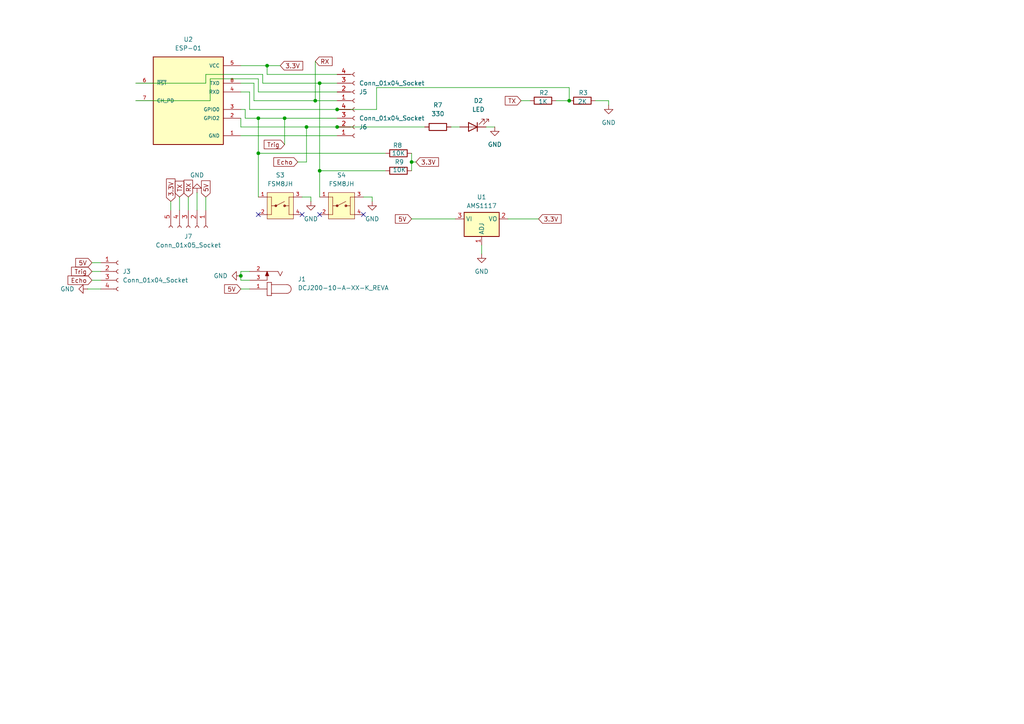
<source format=kicad_sch>
(kicad_sch
	(version 20231120)
	(generator "eeschema")
	(generator_version "8.0")
	(uuid "9c76563e-b0be-412e-8e42-7729dae5241a")
	(paper "A4")
	(lib_symbols
		(symbol "Connector:Conn_01x04_Socket"
			(pin_names
				(offset 1.016) hide)
			(exclude_from_sim no)
			(in_bom yes)
			(on_board yes)
			(property "Reference" "J"
				(at 0 5.08 0)
				(effects
					(font
						(size 1.27 1.27)
					)
				)
			)
			(property "Value" "Conn_01x04_Socket"
				(at 0 -7.62 0)
				(effects
					(font
						(size 1.27 1.27)
					)
				)
			)
			(property "Footprint" ""
				(at 0 0 0)
				(effects
					(font
						(size 1.27 1.27)
					)
					(hide yes)
				)
			)
			(property "Datasheet" "~"
				(at 0 0 0)
				(effects
					(font
						(size 1.27 1.27)
					)
					(hide yes)
				)
			)
			(property "Description" "Generic connector, single row, 01x04, script generated"
				(at 0 0 0)
				(effects
					(font
						(size 1.27 1.27)
					)
					(hide yes)
				)
			)
			(property "ki_locked" ""
				(at 0 0 0)
				(effects
					(font
						(size 1.27 1.27)
					)
				)
			)
			(property "ki_keywords" "connector"
				(at 0 0 0)
				(effects
					(font
						(size 1.27 1.27)
					)
					(hide yes)
				)
			)
			(property "ki_fp_filters" "Connector*:*_1x??_*"
				(at 0 0 0)
				(effects
					(font
						(size 1.27 1.27)
					)
					(hide yes)
				)
			)
			(symbol "Conn_01x04_Socket_1_1"
				(arc
					(start 0 -4.572)
					(mid -0.5058 -5.08)
					(end 0 -5.588)
					(stroke
						(width 0.1524)
						(type default)
					)
					(fill
						(type none)
					)
				)
				(arc
					(start 0 -2.032)
					(mid -0.5058 -2.54)
					(end 0 -3.048)
					(stroke
						(width 0.1524)
						(type default)
					)
					(fill
						(type none)
					)
				)
				(polyline
					(pts
						(xy -1.27 -5.08) (xy -0.508 -5.08)
					)
					(stroke
						(width 0.1524)
						(type default)
					)
					(fill
						(type none)
					)
				)
				(polyline
					(pts
						(xy -1.27 -2.54) (xy -0.508 -2.54)
					)
					(stroke
						(width 0.1524)
						(type default)
					)
					(fill
						(type none)
					)
				)
				(polyline
					(pts
						(xy -1.27 0) (xy -0.508 0)
					)
					(stroke
						(width 0.1524)
						(type default)
					)
					(fill
						(type none)
					)
				)
				(polyline
					(pts
						(xy -1.27 2.54) (xy -0.508 2.54)
					)
					(stroke
						(width 0.1524)
						(type default)
					)
					(fill
						(type none)
					)
				)
				(arc
					(start 0 0.508)
					(mid -0.5058 0)
					(end 0 -0.508)
					(stroke
						(width 0.1524)
						(type default)
					)
					(fill
						(type none)
					)
				)
				(arc
					(start 0 3.048)
					(mid -0.5058 2.54)
					(end 0 2.032)
					(stroke
						(width 0.1524)
						(type default)
					)
					(fill
						(type none)
					)
				)
				(pin passive line
					(at -5.08 2.54 0)
					(length 3.81)
					(name "Pin_1"
						(effects
							(font
								(size 1.27 1.27)
							)
						)
					)
					(number "1"
						(effects
							(font
								(size 1.27 1.27)
							)
						)
					)
				)
				(pin passive line
					(at -5.08 0 0)
					(length 3.81)
					(name "Pin_2"
						(effects
							(font
								(size 1.27 1.27)
							)
						)
					)
					(number "2"
						(effects
							(font
								(size 1.27 1.27)
							)
						)
					)
				)
				(pin passive line
					(at -5.08 -2.54 0)
					(length 3.81)
					(name "Pin_3"
						(effects
							(font
								(size 1.27 1.27)
							)
						)
					)
					(number "3"
						(effects
							(font
								(size 1.27 1.27)
							)
						)
					)
				)
				(pin passive line
					(at -5.08 -5.08 0)
					(length 3.81)
					(name "Pin_4"
						(effects
							(font
								(size 1.27 1.27)
							)
						)
					)
					(number "4"
						(effects
							(font
								(size 1.27 1.27)
							)
						)
					)
				)
			)
		)
		(symbol "Connector:Conn_01x05_Socket"
			(pin_names
				(offset 1.016) hide)
			(exclude_from_sim no)
			(in_bom yes)
			(on_board yes)
			(property "Reference" "J"
				(at 0 7.62 0)
				(effects
					(font
						(size 1.27 1.27)
					)
				)
			)
			(property "Value" "Conn_01x05_Socket"
				(at 0 -7.62 0)
				(effects
					(font
						(size 1.27 1.27)
					)
				)
			)
			(property "Footprint" ""
				(at 0 0 0)
				(effects
					(font
						(size 1.27 1.27)
					)
					(hide yes)
				)
			)
			(property "Datasheet" "~"
				(at 0 0 0)
				(effects
					(font
						(size 1.27 1.27)
					)
					(hide yes)
				)
			)
			(property "Description" "Generic connector, single row, 01x05, script generated"
				(at 0 0 0)
				(effects
					(font
						(size 1.27 1.27)
					)
					(hide yes)
				)
			)
			(property "ki_locked" ""
				(at 0 0 0)
				(effects
					(font
						(size 1.27 1.27)
					)
				)
			)
			(property "ki_keywords" "connector"
				(at 0 0 0)
				(effects
					(font
						(size 1.27 1.27)
					)
					(hide yes)
				)
			)
			(property "ki_fp_filters" "Connector*:*_1x??_*"
				(at 0 0 0)
				(effects
					(font
						(size 1.27 1.27)
					)
					(hide yes)
				)
			)
			(symbol "Conn_01x05_Socket_1_1"
				(arc
					(start 0 -4.572)
					(mid -0.5058 -5.08)
					(end 0 -5.588)
					(stroke
						(width 0.1524)
						(type default)
					)
					(fill
						(type none)
					)
				)
				(arc
					(start 0 -2.032)
					(mid -0.5058 -2.54)
					(end 0 -3.048)
					(stroke
						(width 0.1524)
						(type default)
					)
					(fill
						(type none)
					)
				)
				(polyline
					(pts
						(xy -1.27 -5.08) (xy -0.508 -5.08)
					)
					(stroke
						(width 0.1524)
						(type default)
					)
					(fill
						(type none)
					)
				)
				(polyline
					(pts
						(xy -1.27 -2.54) (xy -0.508 -2.54)
					)
					(stroke
						(width 0.1524)
						(type default)
					)
					(fill
						(type none)
					)
				)
				(polyline
					(pts
						(xy -1.27 0) (xy -0.508 0)
					)
					(stroke
						(width 0.1524)
						(type default)
					)
					(fill
						(type none)
					)
				)
				(polyline
					(pts
						(xy -1.27 2.54) (xy -0.508 2.54)
					)
					(stroke
						(width 0.1524)
						(type default)
					)
					(fill
						(type none)
					)
				)
				(polyline
					(pts
						(xy -1.27 5.08) (xy -0.508 5.08)
					)
					(stroke
						(width 0.1524)
						(type default)
					)
					(fill
						(type none)
					)
				)
				(arc
					(start 0 0.508)
					(mid -0.5058 0)
					(end 0 -0.508)
					(stroke
						(width 0.1524)
						(type default)
					)
					(fill
						(type none)
					)
				)
				(arc
					(start 0 3.048)
					(mid -0.5058 2.54)
					(end 0 2.032)
					(stroke
						(width 0.1524)
						(type default)
					)
					(fill
						(type none)
					)
				)
				(arc
					(start 0 5.588)
					(mid -0.5058 5.08)
					(end 0 4.572)
					(stroke
						(width 0.1524)
						(type default)
					)
					(fill
						(type none)
					)
				)
				(pin passive line
					(at -5.08 5.08 0)
					(length 3.81)
					(name "Pin_1"
						(effects
							(font
								(size 1.27 1.27)
							)
						)
					)
					(number "1"
						(effects
							(font
								(size 1.27 1.27)
							)
						)
					)
				)
				(pin passive line
					(at -5.08 2.54 0)
					(length 3.81)
					(name "Pin_2"
						(effects
							(font
								(size 1.27 1.27)
							)
						)
					)
					(number "2"
						(effects
							(font
								(size 1.27 1.27)
							)
						)
					)
				)
				(pin passive line
					(at -5.08 0 0)
					(length 3.81)
					(name "Pin_3"
						(effects
							(font
								(size 1.27 1.27)
							)
						)
					)
					(number "3"
						(effects
							(font
								(size 1.27 1.27)
							)
						)
					)
				)
				(pin passive line
					(at -5.08 -2.54 0)
					(length 3.81)
					(name "Pin_4"
						(effects
							(font
								(size 1.27 1.27)
							)
						)
					)
					(number "4"
						(effects
							(font
								(size 1.27 1.27)
							)
						)
					)
				)
				(pin passive line
					(at -5.08 -5.08 0)
					(length 3.81)
					(name "Pin_5"
						(effects
							(font
								(size 1.27 1.27)
							)
						)
					)
					(number "5"
						(effects
							(font
								(size 1.27 1.27)
							)
						)
					)
				)
			)
		)
		(symbol "DCJ200-10-A-XX-K_REVA:DCJ200-10-A-XX-K_REVA"
			(pin_names
				(offset 1.016)
			)
			(exclude_from_sim no)
			(in_bom yes)
			(on_board yes)
			(property "Reference" "J"
				(at -7.6272 5.0848 0)
				(effects
					(font
						(size 1.27 1.27)
					)
					(justify left bottom)
				)
			)
			(property "Value" "DCJ200-10-A-XX-K_REVA"
				(at -7.6313 -5.0875 0)
				(effects
					(font
						(size 1.27 1.27)
					)
					(justify left bottom)
				)
			)
			(property "Footprint" "DCJ200-10-A-XX-K_REVA:GCT_DCJ200-10-A-XX-K_REVA"
				(at 0 0 0)
				(effects
					(font
						(size 1.27 1.27)
					)
					(justify bottom)
					(hide yes)
				)
			)
			(property "Datasheet" ""
				(at 0 0 0)
				(effects
					(font
						(size 1.27 1.27)
					)
					(hide yes)
				)
			)
			(property "Description" ""
				(at 0 0 0)
				(effects
					(font
						(size 1.27 1.27)
					)
					(hide yes)
				)
			)
			(property "MF" "Global Connector Technology"
				(at 0 0 0)
				(effects
					(font
						(size 1.27 1.27)
					)
					(justify bottom)
					(hide yes)
				)
			)
			(property "MAXIMUM_PACKAGE_HEIGHT" "11 mm"
				(at 0 0 0)
				(effects
					(font
						(size 1.27 1.27)
					)
					(justify bottom)
					(hide yes)
				)
			)
			(property "Package" "None"
				(at 0 0 0)
				(effects
					(font
						(size 1.27 1.27)
					)
					(justify bottom)
					(hide yes)
				)
			)
			(property "Price" "None"
				(at 0 0 0)
				(effects
					(font
						(size 1.27 1.27)
					)
					(justify bottom)
					(hide yes)
				)
			)
			(property "Check_prices" "https://www.snapeda.com/parts/DCJ200-10-A-K1-K/Global+Connector+Technology/view-part/?ref=eda"
				(at 0 0 0)
				(effects
					(font
						(size 1.27 1.27)
					)
					(justify bottom)
					(hide yes)
				)
			)
			(property "STANDARD" "Manufacturer Recommendations"
				(at 0 0 0)
				(effects
					(font
						(size 1.27 1.27)
					)
					(justify bottom)
					(hide yes)
				)
			)
			(property "PARTREV" "A"
				(at 0 0 0)
				(effects
					(font
						(size 1.27 1.27)
					)
					(justify bottom)
					(hide yes)
				)
			)
			(property "SnapEDA_Link" "https://www.snapeda.com/parts/DCJ200-10-A-K1-K/Global+Connector+Technology/view-part/?ref=snap"
				(at 0 0 0)
				(effects
					(font
						(size 1.27 1.27)
					)
					(justify bottom)
					(hide yes)
				)
			)
			(property "MP" "DCJ200-10-A-K1-K"
				(at 0 0 0)
				(effects
					(font
						(size 1.27 1.27)
					)
					(justify bottom)
					(hide yes)
				)
			)
			(property "Purchase-URL" "https://www.snapeda.com/api/url_track_click_mouser/?unipart_id=641259&manufacturer=Global Connector Technology&part_name=DCJ200-10-A-K1-K&search_term=None"
				(at 0 0 0)
				(effects
					(font
						(size 1.27 1.27)
					)
					(justify bottom)
					(hide yes)
				)
			)
			(property "Description_1" "\nPower Barrel Connector Jack 2.05mm ID (0.081), 5.50mm OD (0.217) Through Hole, Right Angle\n"
				(at 0 0 0)
				(effects
					(font
						(size 1.27 1.27)
					)
					(justify bottom)
					(hide yes)
				)
			)
			(property "MANUFACTURER" "Global Connector Technology"
				(at 0 0 0)
				(effects
					(font
						(size 1.27 1.27)
					)
					(justify bottom)
					(hide yes)
				)
			)
			(property "Availability" "In Stock"
				(at 0 0 0)
				(effects
					(font
						(size 1.27 1.27)
					)
					(justify bottom)
					(hide yes)
				)
			)
			(property "SNAPEDA_PN" "DCJ200-10-A-K1-K"
				(at 0 0 0)
				(effects
					(font
						(size 1.27 1.27)
					)
					(justify bottom)
					(hide yes)
				)
			)
			(symbol "DCJ200-10-A-XX-K_REVA_0_0"
				(arc
					(start -5.715 3.81)
					(mid -6.9794 2.54)
					(end -5.715 1.27)
					(stroke
						(width 0.1524)
						(type default)
					)
					(fill
						(type none)
					)
				)
				(polyline
					(pts
						(xy -5.715 3.81) (xy -1.27 3.81)
					)
					(stroke
						(width 0.1524)
						(type default)
					)
					(fill
						(type none)
					)
				)
				(polyline
					(pts
						(xy -3.81 -1.27) (xy -4.445 -2.54)
					)
					(stroke
						(width 0.1524)
						(type default)
					)
					(fill
						(type none)
					)
				)
				(polyline
					(pts
						(xy -3.175 -2.54) (xy -3.81 -1.27)
					)
					(stroke
						(width 0.1524)
						(type default)
					)
					(fill
						(type none)
					)
				)
				(polyline
					(pts
						(xy -1.27 0.635) (xy 0 0.635)
					)
					(stroke
						(width 0.1524)
						(type default)
					)
					(fill
						(type none)
					)
				)
				(polyline
					(pts
						(xy -1.27 1.27) (xy -5.715 1.27)
					)
					(stroke
						(width 0.1524)
						(type default)
					)
					(fill
						(type none)
					)
				)
				(polyline
					(pts
						(xy -1.27 1.27) (xy -1.27 0.635)
					)
					(stroke
						(width 0.1524)
						(type default)
					)
					(fill
						(type none)
					)
				)
				(polyline
					(pts
						(xy -1.27 3.81) (xy -1.27 1.27)
					)
					(stroke
						(width 0.1524)
						(type default)
					)
					(fill
						(type none)
					)
				)
				(polyline
					(pts
						(xy -1.27 4.445) (xy -1.27 3.81)
					)
					(stroke
						(width 0.1524)
						(type default)
					)
					(fill
						(type none)
					)
				)
				(polyline
					(pts
						(xy 0 -2.54) (xy -3.175 -2.54)
					)
					(stroke
						(width 0.1524)
						(type default)
					)
					(fill
						(type none)
					)
				)
				(polyline
					(pts
						(xy 0 0) (xy 0 -2.54)
					)
					(stroke
						(width 0.1524)
						(type default)
					)
					(fill
						(type none)
					)
				)
				(polyline
					(pts
						(xy 0 0.635) (xy 0 4.445)
					)
					(stroke
						(width 0.1524)
						(type default)
					)
					(fill
						(type none)
					)
				)
				(polyline
					(pts
						(xy 0 4.445) (xy -1.27 4.445)
					)
					(stroke
						(width 0.1524)
						(type default)
					)
					(fill
						(type none)
					)
				)
				(polyline
					(pts
						(xy 0 -2.54) (xy -0.508 -1.27) (xy 0.508 -1.27) (xy 0 -2.54)
					)
					(stroke
						(width 0.1524)
						(type default)
					)
					(fill
						(type outline)
					)
				)
				(pin passive line
					(at 5.08 2.54 180)
					(length 5.08)
					(name "~"
						(effects
							(font
								(size 1.016 1.016)
							)
						)
					)
					(number "1"
						(effects
							(font
								(size 1.016 1.016)
							)
						)
					)
				)
				(pin passive line
					(at 5.08 -2.54 180)
					(length 5.08)
					(name "~"
						(effects
							(font
								(size 1.016 1.016)
							)
						)
					)
					(number "2"
						(effects
							(font
								(size 1.016 1.016)
							)
						)
					)
				)
				(pin passive line
					(at 5.08 0 180)
					(length 5.08)
					(name "~"
						(effects
							(font
								(size 1.016 1.016)
							)
						)
					)
					(number "3"
						(effects
							(font
								(size 1.016 1.016)
							)
						)
					)
				)
			)
		)
		(symbol "Device:LED"
			(pin_numbers hide)
			(pin_names
				(offset 1.016) hide)
			(exclude_from_sim no)
			(in_bom yes)
			(on_board yes)
			(property "Reference" "D"
				(at 0 2.54 0)
				(effects
					(font
						(size 1.27 1.27)
					)
				)
			)
			(property "Value" "LED"
				(at 0 -2.54 0)
				(effects
					(font
						(size 1.27 1.27)
					)
				)
			)
			(property "Footprint" ""
				(at 0 0 0)
				(effects
					(font
						(size 1.27 1.27)
					)
					(hide yes)
				)
			)
			(property "Datasheet" "~"
				(at 0 0 0)
				(effects
					(font
						(size 1.27 1.27)
					)
					(hide yes)
				)
			)
			(property "Description" "Light emitting diode"
				(at 0 0 0)
				(effects
					(font
						(size 1.27 1.27)
					)
					(hide yes)
				)
			)
			(property "ki_keywords" "LED diode"
				(at 0 0 0)
				(effects
					(font
						(size 1.27 1.27)
					)
					(hide yes)
				)
			)
			(property "ki_fp_filters" "LED* LED_SMD:* LED_THT:*"
				(at 0 0 0)
				(effects
					(font
						(size 1.27 1.27)
					)
					(hide yes)
				)
			)
			(symbol "LED_0_1"
				(polyline
					(pts
						(xy -1.27 -1.27) (xy -1.27 1.27)
					)
					(stroke
						(width 0.254)
						(type default)
					)
					(fill
						(type none)
					)
				)
				(polyline
					(pts
						(xy -1.27 0) (xy 1.27 0)
					)
					(stroke
						(width 0)
						(type default)
					)
					(fill
						(type none)
					)
				)
				(polyline
					(pts
						(xy 1.27 -1.27) (xy 1.27 1.27) (xy -1.27 0) (xy 1.27 -1.27)
					)
					(stroke
						(width 0.254)
						(type default)
					)
					(fill
						(type none)
					)
				)
				(polyline
					(pts
						(xy -3.048 -0.762) (xy -4.572 -2.286) (xy -3.81 -2.286) (xy -4.572 -2.286) (xy -4.572 -1.524)
					)
					(stroke
						(width 0)
						(type default)
					)
					(fill
						(type none)
					)
				)
				(polyline
					(pts
						(xy -1.778 -0.762) (xy -3.302 -2.286) (xy -2.54 -2.286) (xy -3.302 -2.286) (xy -3.302 -1.524)
					)
					(stroke
						(width 0)
						(type default)
					)
					(fill
						(type none)
					)
				)
			)
			(symbol "LED_1_1"
				(pin passive line
					(at -3.81 0 0)
					(length 2.54)
					(name "K"
						(effects
							(font
								(size 1.27 1.27)
							)
						)
					)
					(number "1"
						(effects
							(font
								(size 1.27 1.27)
							)
						)
					)
				)
				(pin passive line
					(at 3.81 0 180)
					(length 2.54)
					(name "A"
						(effects
							(font
								(size 1.27 1.27)
							)
						)
					)
					(number "2"
						(effects
							(font
								(size 1.27 1.27)
							)
						)
					)
				)
			)
		)
		(symbol "Device:R"
			(pin_numbers hide)
			(pin_names
				(offset 0)
			)
			(exclude_from_sim no)
			(in_bom yes)
			(on_board yes)
			(property "Reference" "R"
				(at 2.032 0 90)
				(effects
					(font
						(size 1.27 1.27)
					)
				)
			)
			(property "Value" "R"
				(at 0 0 90)
				(effects
					(font
						(size 1.27 1.27)
					)
				)
			)
			(property "Footprint" ""
				(at -1.778 0 90)
				(effects
					(font
						(size 1.27 1.27)
					)
					(hide yes)
				)
			)
			(property "Datasheet" "~"
				(at 0 0 0)
				(effects
					(font
						(size 1.27 1.27)
					)
					(hide yes)
				)
			)
			(property "Description" "Resistor"
				(at 0 0 0)
				(effects
					(font
						(size 1.27 1.27)
					)
					(hide yes)
				)
			)
			(property "ki_keywords" "R res resistor"
				(at 0 0 0)
				(effects
					(font
						(size 1.27 1.27)
					)
					(hide yes)
				)
			)
			(property "ki_fp_filters" "R_*"
				(at 0 0 0)
				(effects
					(font
						(size 1.27 1.27)
					)
					(hide yes)
				)
			)
			(symbol "R_0_1"
				(rectangle
					(start -1.016 -2.54)
					(end 1.016 2.54)
					(stroke
						(width 0.254)
						(type default)
					)
					(fill
						(type none)
					)
				)
			)
			(symbol "R_1_1"
				(pin passive line
					(at 0 3.81 270)
					(length 1.27)
					(name "~"
						(effects
							(font
								(size 1.27 1.27)
							)
						)
					)
					(number "1"
						(effects
							(font
								(size 1.27 1.27)
							)
						)
					)
				)
				(pin passive line
					(at 0 -3.81 90)
					(length 1.27)
					(name "~"
						(effects
							(font
								(size 1.27 1.27)
							)
						)
					)
					(number "2"
						(effects
							(font
								(size 1.27 1.27)
							)
						)
					)
				)
			)
		)
		(symbol "ESP-01:ESP-01"
			(pin_names
				(offset 1.016)
			)
			(exclude_from_sim no)
			(in_bom yes)
			(on_board yes)
			(property "Reference" "U"
				(at -10.16 13.208 0)
				(effects
					(font
						(size 1.27 1.27)
					)
					(justify left bottom)
				)
			)
			(property "Value" "ESP-01"
				(at -10.16 -12.7 0)
				(effects
					(font
						(size 1.27 1.27)
					)
					(justify left top)
				)
			)
			(property "Footprint" "ESP-01:MODULE_ESP-01"
				(at 0 0 0)
				(effects
					(font
						(size 1.27 1.27)
					)
					(justify bottom)
					(hide yes)
				)
			)
			(property "Datasheet" ""
				(at 0 0 0)
				(effects
					(font
						(size 1.27 1.27)
					)
					(hide yes)
				)
			)
			(property "Description" ""
				(at 0 0 0)
				(effects
					(font
						(size 1.27 1.27)
					)
					(hide yes)
				)
			)
			(property "MF" "AI-Thinker"
				(at 0 0 0)
				(effects
					(font
						(size 1.27 1.27)
					)
					(justify bottom)
					(hide yes)
				)
			)
			(property "MAXIMUM_PACKAGE_HEIGHT" "6.5mm"
				(at 0 0 0)
				(effects
					(font
						(size 1.27 1.27)
					)
					(justify bottom)
					(hide yes)
				)
			)
			(property "Package" "Non-Standard AI-Thinker"
				(at 0 0 0)
				(effects
					(font
						(size 1.27 1.27)
					)
					(justify bottom)
					(hide yes)
				)
			)
			(property "Price" "None"
				(at 0 0 0)
				(effects
					(font
						(size 1.27 1.27)
					)
					(justify bottom)
					(hide yes)
				)
			)
			(property "Check_prices" "https://www.snapeda.com/parts/ESP-01/AI-Thinker/view-part/?ref=eda"
				(at 0 0 0)
				(effects
					(font
						(size 1.27 1.27)
					)
					(justify bottom)
					(hide yes)
				)
			)
			(property "STANDARD" "Manufacturer Recommendations"
				(at 0 0 0)
				(effects
					(font
						(size 1.27 1.27)
					)
					(justify bottom)
					(hide yes)
				)
			)
			(property "PARTREV" "1.0"
				(at 0 0 0)
				(effects
					(font
						(size 1.27 1.27)
					)
					(justify bottom)
					(hide yes)
				)
			)
			(property "SnapEDA_Link" "https://www.snapeda.com/parts/ESP-01/AI-Thinker/view-part/?ref=snap"
				(at 0 0 0)
				(effects
					(font
						(size 1.27 1.27)
					)
					(justify bottom)
					(hide yes)
				)
			)
			(property "MP" "ESP-01"
				(at 0 0 0)
				(effects
					(font
						(size 1.27 1.27)
					)
					(justify bottom)
					(hide yes)
				)
			)
			(property "Description_1" "\n                        \n                            ESP-01M ESP8266 DIP Adapter series Transceiver; 802.11 b/g/n (Wi-Fi, WiFi, WLAN) Evaluation Board\n                        \n"
				(at 0 0 0)
				(effects
					(font
						(size 1.27 1.27)
					)
					(justify bottom)
					(hide yes)
				)
			)
			(property "Availability" "Not in stock"
				(at 0 0 0)
				(effects
					(font
						(size 1.27 1.27)
					)
					(justify bottom)
					(hide yes)
				)
			)
			(property "MANUFACTURER" "AI-Thinker"
				(at 0 0 0)
				(effects
					(font
						(size 1.27 1.27)
					)
					(justify bottom)
					(hide yes)
				)
			)
			(symbol "ESP-01_0_0"
				(rectangle
					(start -10.16 -12.7)
					(end 10.16 12.7)
					(stroke
						(width 0.254)
						(type default)
					)
					(fill
						(type background)
					)
				)
				(pin power_in line
					(at 15.24 -10.16 180)
					(length 5.08)
					(name "GND"
						(effects
							(font
								(size 1.016 1.016)
							)
						)
					)
					(number "1"
						(effects
							(font
								(size 1.016 1.016)
							)
						)
					)
				)
				(pin bidirectional line
					(at 15.24 -5.08 180)
					(length 5.08)
					(name "GPIO2"
						(effects
							(font
								(size 1.016 1.016)
							)
						)
					)
					(number "2"
						(effects
							(font
								(size 1.016 1.016)
							)
						)
					)
				)
				(pin bidirectional line
					(at 15.24 -2.54 180)
					(length 5.08)
					(name "GPIO0"
						(effects
							(font
								(size 1.016 1.016)
							)
						)
					)
					(number "3"
						(effects
							(font
								(size 1.016 1.016)
							)
						)
					)
				)
				(pin input line
					(at 15.24 2.54 180)
					(length 5.08)
					(name "RXD"
						(effects
							(font
								(size 1.016 1.016)
							)
						)
					)
					(number "4"
						(effects
							(font
								(size 1.016 1.016)
							)
						)
					)
				)
				(pin power_in line
					(at 15.24 10.16 180)
					(length 5.08)
					(name "VCC"
						(effects
							(font
								(size 1.016 1.016)
							)
						)
					)
					(number "5"
						(effects
							(font
								(size 1.016 1.016)
							)
						)
					)
				)
				(pin input line
					(at -15.24 5.08 0)
					(length 5.08)
					(name "~{RST}"
						(effects
							(font
								(size 1.016 1.016)
							)
						)
					)
					(number "6"
						(effects
							(font
								(size 1.016 1.016)
							)
						)
					)
				)
				(pin input line
					(at -15.24 0 0)
					(length 5.08)
					(name "CH_PD"
						(effects
							(font
								(size 1.016 1.016)
							)
						)
					)
					(number "7"
						(effects
							(font
								(size 1.016 1.016)
							)
						)
					)
				)
				(pin output line
					(at 15.24 5.08 180)
					(length 5.08)
					(name "TXD"
						(effects
							(font
								(size 1.016 1.016)
							)
						)
					)
					(number "8"
						(effects
							(font
								(size 1.016 1.016)
							)
						)
					)
				)
			)
		)
		(symbol "FSM8JH:FSM8JH"
			(pin_names
				(offset 1.016)
			)
			(exclude_from_sim no)
			(in_bom yes)
			(on_board yes)
			(property "Reference" "S"
				(at -4.3222 4.068 0)
				(effects
					(font
						(size 1.27 1.27)
					)
					(justify left bottom)
				)
			)
			(property "Value" "FSM8JH"
				(at -4.0644 -5.3346 0)
				(effects
					(font
						(size 1.27 1.27)
					)
					(justify left bottom)
				)
			)
			(property "Footprint" "FSM8JH:SW_FSM8JH"
				(at 0 0 0)
				(effects
					(font
						(size 1.27 1.27)
					)
					(justify bottom)
					(hide yes)
				)
			)
			(property "Datasheet" ""
				(at 0 0 0)
				(effects
					(font
						(size 1.27 1.27)
					)
					(hide yes)
				)
			)
			(property "Description" ""
				(at 0 0 0)
				(effects
					(font
						(size 1.27 1.27)
					)
					(hide yes)
				)
			)
			(property "MF" "TE Connectivity"
				(at 0 0 0)
				(effects
					(font
						(size 1.27 1.27)
					)
					(justify bottom)
					(hide yes)
				)
			)
			(property "Description_1" "\n                        \n                            Switch,Pushbutton,Tactile,SPST,Thru Hole,Vertical,6MM,Black | TE Connectivity FSM8JH\n                        \n"
				(at 0 0 0)
				(effects
					(font
						(size 1.27 1.27)
					)
					(justify bottom)
					(hide yes)
				)
			)
			(property "Package" "None"
				(at 0 0 0)
				(effects
					(font
						(size 1.27 1.27)
					)
					(justify bottom)
					(hide yes)
				)
			)
			(property "Price" "None"
				(at 0 0 0)
				(effects
					(font
						(size 1.27 1.27)
					)
					(justify bottom)
					(hide yes)
				)
			)
			(property "Check_prices" "https://www.snapeda.com/parts/FSM8JH/TE+Connectivity+ALCOSWITCH+Switches/view-part/?ref=eda"
				(at 0 0 0)
				(effects
					(font
						(size 1.27 1.27)
					)
					(justify bottom)
					(hide yes)
				)
			)
			(property "STANDARD" "MANUFACTURER RECOMMENDATIONS"
				(at 0 0 0)
				(effects
					(font
						(size 1.27 1.27)
					)
					(justify bottom)
					(hide yes)
				)
			)
			(property "PARTREV" "C10"
				(at 0 0 0)
				(effects
					(font
						(size 1.27 1.27)
					)
					(justify bottom)
					(hide yes)
				)
			)
			(property "SnapEDA_Link" "https://www.snapeda.com/parts/FSM8JH/TE+Connectivity+ALCOSWITCH+Switches/view-part/?ref=snap"
				(at 0 0 0)
				(effects
					(font
						(size 1.27 1.27)
					)
					(justify bottom)
					(hide yes)
				)
			)
			(property "MP" "FSM8JH"
				(at 0 0 0)
				(effects
					(font
						(size 1.27 1.27)
					)
					(justify bottom)
					(hide yes)
				)
			)
			(property "Availability" "In Stock"
				(at 0 0 0)
				(effects
					(font
						(size 1.27 1.27)
					)
					(justify bottom)
					(hide yes)
				)
			)
			(property "MANUFACTURER" "TE CONNECTIVITY"
				(at 0 0 0)
				(effects
					(font
						(size 1.27 1.27)
					)
					(justify bottom)
					(hide yes)
				)
			)
			(symbol "FSM8JH_0_0"
				(rectangle
					(start -3.81 -3.81)
					(end 3.81 3.81)
					(stroke
						(width 0.127)
						(type default)
					)
					(fill
						(type background)
					)
				)
				(circle
					(center -1.27 0)
					(radius 0.254)
					(stroke
						(width 0.2159)
						(type default)
					)
					(fill
						(type none)
					)
				)
				(polyline
					(pts
						(xy -3.81 2.54) (xy -2.54 2.54)
					)
					(stroke
						(width 0.127)
						(type default)
					)
					(fill
						(type none)
					)
				)
				(polyline
					(pts
						(xy -2.54 -2.54) (xy -3.81 -2.54)
					)
					(stroke
						(width 0.127)
						(type default)
					)
					(fill
						(type none)
					)
				)
				(polyline
					(pts
						(xy -2.54 0) (xy -1.27 0)
					)
					(stroke
						(width 0.127)
						(type default)
					)
					(fill
						(type none)
					)
				)
				(polyline
					(pts
						(xy -2.54 2.54) (xy -2.54 -2.54)
					)
					(stroke
						(width 0.127)
						(type default)
					)
					(fill
						(type none)
					)
				)
				(polyline
					(pts
						(xy -1.27 0) (xy 1.27 1.27)
					)
					(stroke
						(width 0.127)
						(type default)
					)
					(fill
						(type none)
					)
				)
				(polyline
					(pts
						(xy 1.27 0) (xy 2.54 0)
					)
					(stroke
						(width 0.127)
						(type default)
					)
					(fill
						(type none)
					)
				)
				(polyline
					(pts
						(xy 2.54 -2.54) (xy 3.81 -2.54)
					)
					(stroke
						(width 0.127)
						(type default)
					)
					(fill
						(type none)
					)
				)
				(polyline
					(pts
						(xy 2.54 2.54) (xy 2.54 -2.54)
					)
					(stroke
						(width 0.127)
						(type default)
					)
					(fill
						(type none)
					)
				)
				(polyline
					(pts
						(xy 3.81 2.54) (xy 2.54 2.54)
					)
					(stroke
						(width 0.127)
						(type default)
					)
					(fill
						(type none)
					)
				)
				(circle
					(center 1.27 0)
					(radius 0.254)
					(stroke
						(width 0.2159)
						(type default)
					)
					(fill
						(type none)
					)
				)
				(pin passive line
					(at -6.35 2.54 0)
					(length 2.54)
					(name "~"
						(effects
							(font
								(size 1.016 1.016)
							)
						)
					)
					(number "1"
						(effects
							(font
								(size 1.016 1.016)
							)
						)
					)
				)
				(pin passive line
					(at -6.35 -2.54 0)
					(length 2.54)
					(name "~"
						(effects
							(font
								(size 1.016 1.016)
							)
						)
					)
					(number "2"
						(effects
							(font
								(size 1.016 1.016)
							)
						)
					)
				)
				(pin passive line
					(at 6.35 2.54 180)
					(length 2.54)
					(name "~"
						(effects
							(font
								(size 1.016 1.016)
							)
						)
					)
					(number "3"
						(effects
							(font
								(size 1.016 1.016)
							)
						)
					)
				)
				(pin passive line
					(at 6.35 -2.54 180)
					(length 2.54)
					(name "~"
						(effects
							(font
								(size 1.016 1.016)
							)
						)
					)
					(number "4"
						(effects
							(font
								(size 1.016 1.016)
							)
						)
					)
				)
			)
		)
		(symbol "Regulator_Linear:AMS1117"
			(exclude_from_sim no)
			(in_bom yes)
			(on_board yes)
			(property "Reference" "U"
				(at -3.81 3.175 0)
				(effects
					(font
						(size 1.27 1.27)
					)
				)
			)
			(property "Value" "AMS1117"
				(at 0 3.175 0)
				(effects
					(font
						(size 1.27 1.27)
					)
					(justify left)
				)
			)
			(property "Footprint" "Package_TO_SOT_SMD:SOT-223-3_TabPin2"
				(at 0 5.08 0)
				(effects
					(font
						(size 1.27 1.27)
					)
					(hide yes)
				)
			)
			(property "Datasheet" "http://www.advanced-monolithic.com/pdf/ds1117.pdf"
				(at 2.54 -6.35 0)
				(effects
					(font
						(size 1.27 1.27)
					)
					(hide yes)
				)
			)
			(property "Description" "1A Low Dropout regulator, positive, adjustable output, SOT-223"
				(at 0 0 0)
				(effects
					(font
						(size 1.27 1.27)
					)
					(hide yes)
				)
			)
			(property "ki_keywords" "linear regulator ldo adjustable positive"
				(at 0 0 0)
				(effects
					(font
						(size 1.27 1.27)
					)
					(hide yes)
				)
			)
			(property "ki_fp_filters" "SOT?223*TabPin2*"
				(at 0 0 0)
				(effects
					(font
						(size 1.27 1.27)
					)
					(hide yes)
				)
			)
			(symbol "AMS1117_0_1"
				(rectangle
					(start -5.08 -5.08)
					(end 5.08 1.905)
					(stroke
						(width 0.254)
						(type default)
					)
					(fill
						(type background)
					)
				)
			)
			(symbol "AMS1117_1_1"
				(pin input line
					(at 0 -7.62 90)
					(length 2.54)
					(name "ADJ"
						(effects
							(font
								(size 1.27 1.27)
							)
						)
					)
					(number "1"
						(effects
							(font
								(size 1.27 1.27)
							)
						)
					)
				)
				(pin power_out line
					(at 7.62 0 180)
					(length 2.54)
					(name "VO"
						(effects
							(font
								(size 1.27 1.27)
							)
						)
					)
					(number "2"
						(effects
							(font
								(size 1.27 1.27)
							)
						)
					)
				)
				(pin power_in line
					(at -7.62 0 0)
					(length 2.54)
					(name "VI"
						(effects
							(font
								(size 1.27 1.27)
							)
						)
					)
					(number "3"
						(effects
							(font
								(size 1.27 1.27)
							)
						)
					)
				)
			)
		)
		(symbol "power:GND"
			(power)
			(pin_numbers hide)
			(pin_names
				(offset 0) hide)
			(exclude_from_sim no)
			(in_bom yes)
			(on_board yes)
			(property "Reference" "#PWR"
				(at 0 -6.35 0)
				(effects
					(font
						(size 1.27 1.27)
					)
					(hide yes)
				)
			)
			(property "Value" "GND"
				(at 0 -3.81 0)
				(effects
					(font
						(size 1.27 1.27)
					)
				)
			)
			(property "Footprint" ""
				(at 0 0 0)
				(effects
					(font
						(size 1.27 1.27)
					)
					(hide yes)
				)
			)
			(property "Datasheet" ""
				(at 0 0 0)
				(effects
					(font
						(size 1.27 1.27)
					)
					(hide yes)
				)
			)
			(property "Description" "Power symbol creates a global label with name \"GND\" , ground"
				(at 0 0 0)
				(effects
					(font
						(size 1.27 1.27)
					)
					(hide yes)
				)
			)
			(property "ki_keywords" "global power"
				(at 0 0 0)
				(effects
					(font
						(size 1.27 1.27)
					)
					(hide yes)
				)
			)
			(symbol "GND_0_1"
				(polyline
					(pts
						(xy 0 0) (xy 0 -1.27) (xy 1.27 -1.27) (xy 0 -2.54) (xy -1.27 -1.27) (xy 0 -1.27)
					)
					(stroke
						(width 0)
						(type default)
					)
					(fill
						(type none)
					)
				)
			)
			(symbol "GND_1_1"
				(pin power_in line
					(at 0 0 270)
					(length 0)
					(name "~"
						(effects
							(font
								(size 1.27 1.27)
							)
						)
					)
					(number "1"
						(effects
							(font
								(size 1.27 1.27)
							)
						)
					)
				)
			)
		)
	)
	(junction
		(at 69.85 80.01)
		(diameter 0)
		(color 0 0 0 0)
		(uuid "0841e79c-63be-4eec-8a3a-36692763cda6")
	)
	(junction
		(at 82.55 34.29)
		(diameter 0)
		(color 0 0 0 0)
		(uuid "174ff8ab-0ff0-4175-b7bb-f0d4cab2e54e")
	)
	(junction
		(at 77.47 19.05)
		(diameter 0)
		(color 0 0 0 0)
		(uuid "1e8ddecd-43a6-49f3-a65f-0d5197a7d2bd")
	)
	(junction
		(at 92.71 49.53)
		(diameter 0)
		(color 0 0 0 0)
		(uuid "28b8daa4-4378-4a66-8eea-0d26d0dc0c75")
	)
	(junction
		(at 165.1 29.21)
		(diameter 0)
		(color 0 0 0 0)
		(uuid "44a4dcbe-498a-414d-8009-44bbb5bc7e53")
	)
	(junction
		(at 92.71 24.13)
		(diameter 0)
		(color 0 0 0 0)
		(uuid "57c6c6de-d60b-4319-acab-481475d5f3e6")
	)
	(junction
		(at 97.79 31.75)
		(diameter 0)
		(color 0 0 0 0)
		(uuid "79804749-a46f-4dfb-94eb-ececaf0b1dc0")
	)
	(junction
		(at 119.38 46.99)
		(diameter 0)
		(color 0 0 0 0)
		(uuid "7c42d17d-57ae-4368-851e-b4afeb915fc9")
	)
	(junction
		(at 97.79 36.83)
		(diameter 0)
		(color 0 0 0 0)
		(uuid "8b5bfb7e-2d1d-409b-9062-5d156bed4479")
	)
	(junction
		(at 74.93 44.45)
		(diameter 0)
		(color 0 0 0 0)
		(uuid "92a933f1-a99d-4b01-9a11-9294707c6ad1")
	)
	(junction
		(at 91.44 29.21)
		(diameter 0)
		(color 0 0 0 0)
		(uuid "a44c1e41-593f-49f8-88b0-846e8c4350d4")
	)
	(junction
		(at 88.9 36.83)
		(diameter 0)
		(color 0 0 0 0)
		(uuid "b5f68dce-e3fe-41b6-8afb-3b588138614f")
	)
	(junction
		(at 74.93 34.29)
		(diameter 0)
		(color 0 0 0 0)
		(uuid "e33e35fd-63c3-4017-b5a0-d04becf29708")
	)
	(no_connect
		(at 92.71 62.23)
		(uuid "4a154cc5-713d-423c-9b2d-1f628b4181cb")
	)
	(no_connect
		(at 105.41 62.23)
		(uuid "899c149e-0ce6-4429-92ec-90eddaf6a410")
	)
	(no_connect
		(at 87.63 62.23)
		(uuid "8dd9cc64-8874-4c3f-a2ce-da6a3f2e98cc")
	)
	(no_connect
		(at 74.93 62.23)
		(uuid "fb925726-2321-450b-9f0d-aebbb5e6ed69")
	)
	(wire
		(pts
			(xy 97.79 36.83) (xy 123.19 36.83)
		)
		(stroke
			(width 0)
			(type default)
		)
		(uuid "048bc5f3-1691-4bd3-a837-9a79f13df172")
	)
	(wire
		(pts
			(xy 130.81 36.83) (xy 133.35 36.83)
		)
		(stroke
			(width 0)
			(type default)
		)
		(uuid "050db411-61fd-49c1-a710-23f5caa6d474")
	)
	(wire
		(pts
			(xy 86.36 46.99) (xy 88.9 46.99)
		)
		(stroke
			(width 0)
			(type default)
		)
		(uuid "0f3c7881-5093-4b9f-9999-274511aae3e5")
	)
	(wire
		(pts
			(xy 111.76 49.53) (xy 92.71 49.53)
		)
		(stroke
			(width 0)
			(type default)
		)
		(uuid "20ebb865-07aa-47ac-96c8-7095b2899fd0")
	)
	(wire
		(pts
			(xy 71.12 31.75) (xy 69.85 31.75)
		)
		(stroke
			(width 0)
			(type default)
		)
		(uuid "259380e7-19d9-4290-8a23-ae6c00ef82cf")
	)
	(wire
		(pts
			(xy 72.39 78.74) (xy 69.85 78.74)
		)
		(stroke
			(width 0)
			(type default)
		)
		(uuid "261b4272-b76e-48b8-9dcf-6dc81774fd3a")
	)
	(wire
		(pts
			(xy 92.71 24.13) (xy 92.71 49.53)
		)
		(stroke
			(width 0)
			(type default)
		)
		(uuid "28ab2c57-114f-4f00-8007-45ff82328825")
	)
	(wire
		(pts
			(xy 109.22 25.4) (xy 109.22 31.75)
		)
		(stroke
			(width 0)
			(type default)
		)
		(uuid "2a9cdd01-957c-4c53-92d5-1bcfbf3bb4d7")
	)
	(wire
		(pts
			(xy 88.9 46.99) (xy 88.9 36.83)
		)
		(stroke
			(width 0)
			(type default)
		)
		(uuid "2d9f1e87-d698-4777-995d-6c9832207283")
	)
	(wire
		(pts
			(xy 90.17 58.42) (xy 90.17 57.15)
		)
		(stroke
			(width 0)
			(type default)
		)
		(uuid "2e7e65a1-d99c-45ce-a380-bcd9b29e7a5d")
	)
	(wire
		(pts
			(xy 74.93 34.29) (xy 74.93 44.45)
		)
		(stroke
			(width 0)
			(type default)
		)
		(uuid "2eebb156-0a17-40d0-af73-dd312789f234")
	)
	(wire
		(pts
			(xy 57.15 55.88) (xy 57.15 60.96)
		)
		(stroke
			(width 0)
			(type default)
		)
		(uuid "309a35e4-4db6-42be-88d3-239e04681c4e")
	)
	(wire
		(pts
			(xy 26.67 78.74) (xy 29.21 78.74)
		)
		(stroke
			(width 0)
			(type default)
		)
		(uuid "326a3457-6274-4439-b9d9-839701861657")
	)
	(wire
		(pts
			(xy 69.85 39.37) (xy 97.79 39.37)
		)
		(stroke
			(width 0)
			(type default)
		)
		(uuid "329dd9ad-ab46-48b5-a594-2fb649f5fb5d")
	)
	(wire
		(pts
			(xy 71.12 34.29) (xy 71.12 31.75)
		)
		(stroke
			(width 0)
			(type default)
		)
		(uuid "34f104d4-7bcb-4d5c-8e61-f803a1977af4")
	)
	(wire
		(pts
			(xy 97.79 34.29) (xy 82.55 34.29)
		)
		(stroke
			(width 0)
			(type default)
		)
		(uuid "38892fa0-18be-48db-bb11-c5faff77cdc0")
	)
	(wire
		(pts
			(xy 88.9 36.83) (xy 97.79 36.83)
		)
		(stroke
			(width 0)
			(type default)
		)
		(uuid "38955c58-8d60-4477-824d-a1aa2d9ff46a")
	)
	(wire
		(pts
			(xy 161.29 29.21) (xy 165.1 29.21)
		)
		(stroke
			(width 0)
			(type default)
		)
		(uuid "3e5b1152-4433-43a7-a265-66b77e893c97")
	)
	(wire
		(pts
			(xy 82.55 34.29) (xy 74.93 34.29)
		)
		(stroke
			(width 0)
			(type default)
		)
		(uuid "4aa09068-36cf-48e9-98aa-8b40403e752f")
	)
	(wire
		(pts
			(xy 59.69 57.15) (xy 59.69 60.96)
		)
		(stroke
			(width 0)
			(type default)
		)
		(uuid "4ba75403-a7ed-44a1-942d-dc83058fa8d1")
	)
	(wire
		(pts
			(xy 77.47 19.05) (xy 77.47 21.59)
		)
		(stroke
			(width 0)
			(type default)
		)
		(uuid "5308f2eb-68c6-46b3-be46-b9695775aa2d")
	)
	(wire
		(pts
			(xy 97.79 31.75) (xy 72.39 31.75)
		)
		(stroke
			(width 0)
			(type default)
		)
		(uuid "554a2574-61b1-433d-97a0-329981d0edc3")
	)
	(wire
		(pts
			(xy 69.85 81.28) (xy 72.39 81.28)
		)
		(stroke
			(width 0)
			(type default)
		)
		(uuid "555136d4-f43c-4d23-928a-222269b1aeb9")
	)
	(wire
		(pts
			(xy 109.22 31.75) (xy 97.79 31.75)
		)
		(stroke
			(width 0)
			(type default)
		)
		(uuid "5a15020a-05bc-4291-80fb-1099ee3a9ac7")
	)
	(wire
		(pts
			(xy 69.85 80.01) (xy 69.85 81.28)
		)
		(stroke
			(width 0)
			(type default)
		)
		(uuid "5daab2a5-1d0f-47bc-8841-902eb1d16f7b")
	)
	(wire
		(pts
			(xy 52.07 57.15) (xy 52.07 60.96)
		)
		(stroke
			(width 0)
			(type default)
		)
		(uuid "630bfc79-b11f-423d-b38d-e99ce98d0729")
	)
	(wire
		(pts
			(xy 119.38 63.5) (xy 132.08 63.5)
		)
		(stroke
			(width 0)
			(type default)
		)
		(uuid "65c4d37a-f429-466f-bbb8-9eced5c61558")
	)
	(wire
		(pts
			(xy 60.96 22.86) (xy 74.93 22.86)
		)
		(stroke
			(width 0)
			(type default)
		)
		(uuid "68ef5502-589a-41f7-8081-49e26e8cbfd0")
	)
	(wire
		(pts
			(xy 59.69 24.13) (xy 59.69 21.59)
		)
		(stroke
			(width 0)
			(type default)
		)
		(uuid "70594e15-f1ad-4ed3-9cbc-d9f27634d142")
	)
	(wire
		(pts
			(xy 76.2 21.59) (xy 76.2 24.13)
		)
		(stroke
			(width 0)
			(type default)
		)
		(uuid "7147f921-8eb4-4bed-a950-9bbd076e271a")
	)
	(wire
		(pts
			(xy 73.66 29.21) (xy 91.44 29.21)
		)
		(stroke
			(width 0)
			(type default)
		)
		(uuid "721c0a2a-e4c7-4b72-9422-5e3f81e4a8ea")
	)
	(wire
		(pts
			(xy 172.72 29.21) (xy 176.53 29.21)
		)
		(stroke
			(width 0)
			(type default)
		)
		(uuid "72ef25b0-f9c1-431d-b21d-1ee2baf7eae8")
	)
	(wire
		(pts
			(xy 165.1 29.21) (xy 165.1 25.4)
		)
		(stroke
			(width 0)
			(type default)
		)
		(uuid "736ef6cd-906f-454e-8406-dc020e22bc3f")
	)
	(wire
		(pts
			(xy 92.71 24.13) (xy 97.79 24.13)
		)
		(stroke
			(width 0)
			(type default)
		)
		(uuid "737142e0-1480-4286-9323-46d1c27b8090")
	)
	(wire
		(pts
			(xy 74.93 22.86) (xy 74.93 26.67)
		)
		(stroke
			(width 0)
			(type default)
		)
		(uuid "75b7d2dd-b32b-45e4-a2c0-6792a009c623")
	)
	(wire
		(pts
			(xy 151.13 29.21) (xy 153.67 29.21)
		)
		(stroke
			(width 0)
			(type default)
		)
		(uuid "7af4471d-265c-4da5-a837-9afa6953f548")
	)
	(wire
		(pts
			(xy 60.96 29.21) (xy 60.96 22.86)
		)
		(stroke
			(width 0)
			(type default)
		)
		(uuid "85ff5219-7b74-441b-bc55-326164529d70")
	)
	(wire
		(pts
			(xy 39.37 24.13) (xy 59.69 24.13)
		)
		(stroke
			(width 0)
			(type default)
		)
		(uuid "88a0c579-66bf-4826-b01d-a244a5721c5f")
	)
	(wire
		(pts
			(xy 73.66 24.13) (xy 73.66 29.21)
		)
		(stroke
			(width 0)
			(type default)
		)
		(uuid "8d76d59c-55dc-4954-a0a9-7e097bb1cc70")
	)
	(wire
		(pts
			(xy 49.53 58.42) (xy 49.53 60.96)
		)
		(stroke
			(width 0)
			(type default)
		)
		(uuid "8e103988-a774-41be-89ec-f78dfe4d5849")
	)
	(wire
		(pts
			(xy 76.2 24.13) (xy 92.71 24.13)
		)
		(stroke
			(width 0)
			(type default)
		)
		(uuid "8e9ac6fc-554c-4dc2-acbc-9c43640b0a68")
	)
	(wire
		(pts
			(xy 54.61 57.15) (xy 54.61 60.96)
		)
		(stroke
			(width 0)
			(type default)
		)
		(uuid "95edd026-9c61-4638-9b1b-d244b9974ea2")
	)
	(wire
		(pts
			(xy 26.67 76.2) (xy 29.21 76.2)
		)
		(stroke
			(width 0)
			(type default)
		)
		(uuid "96c69789-401d-4517-8943-3dd1598296f1")
	)
	(wire
		(pts
			(xy 39.37 29.21) (xy 60.96 29.21)
		)
		(stroke
			(width 0)
			(type default)
		)
		(uuid "9bd81410-dd40-4a7c-8baf-b2944b0ad2f1")
	)
	(wire
		(pts
			(xy 91.44 29.21) (xy 97.79 29.21)
		)
		(stroke
			(width 0)
			(type default)
		)
		(uuid "a101ea39-d3ac-4cf5-91e0-260c3146afae")
	)
	(wire
		(pts
			(xy 139.7 71.12) (xy 139.7 73.66)
		)
		(stroke
			(width 0)
			(type default)
		)
		(uuid "a78ef51f-1f01-4d2a-aa2c-71b085a7a5b0")
	)
	(wire
		(pts
			(xy 119.38 44.45) (xy 119.38 46.99)
		)
		(stroke
			(width 0)
			(type default)
		)
		(uuid "ac30cd80-a89c-455c-83bb-118cefb771a6")
	)
	(wire
		(pts
			(xy 165.1 25.4) (xy 109.22 25.4)
		)
		(stroke
			(width 0)
			(type default)
		)
		(uuid "ae66d020-6586-4142-8be4-de2457a44fe1")
	)
	(wire
		(pts
			(xy 107.95 58.42) (xy 107.95 57.15)
		)
		(stroke
			(width 0)
			(type default)
		)
		(uuid "b6d2e948-bc74-41da-8a4c-d413656887ca")
	)
	(wire
		(pts
			(xy 69.85 36.83) (xy 69.85 34.29)
		)
		(stroke
			(width 0)
			(type default)
		)
		(uuid "ba784220-7874-4bb7-9abc-c21cdc532b02")
	)
	(wire
		(pts
			(xy 26.67 81.28) (xy 29.21 81.28)
		)
		(stroke
			(width 0)
			(type default)
		)
		(uuid "be33a368-d1f4-436c-b5bc-3c37927024ce")
	)
	(wire
		(pts
			(xy 105.41 57.15) (xy 107.95 57.15)
		)
		(stroke
			(width 0)
			(type default)
		)
		(uuid "c1cfd917-5169-437f-9a9d-be65a2b1c6ef")
	)
	(wire
		(pts
			(xy 77.47 19.05) (xy 81.28 19.05)
		)
		(stroke
			(width 0)
			(type default)
		)
		(uuid "c43b6c04-62e1-410b-959a-738965213eb2")
	)
	(wire
		(pts
			(xy 91.44 17.78) (xy 91.44 29.21)
		)
		(stroke
			(width 0)
			(type default)
		)
		(uuid "c48a67ab-5f5e-4e4f-8469-e1662556de0f")
	)
	(wire
		(pts
			(xy 25.4 83.82) (xy 29.21 83.82)
		)
		(stroke
			(width 0)
			(type default)
		)
		(uuid "c56e8869-2620-4461-b715-59201bf309d3")
	)
	(wire
		(pts
			(xy 72.39 26.67) (xy 69.85 26.67)
		)
		(stroke
			(width 0)
			(type default)
		)
		(uuid "ccce4c38-f1ef-45c4-9c26-0a71ab5dc12b")
	)
	(wire
		(pts
			(xy 147.32 63.5) (xy 156.21 63.5)
		)
		(stroke
			(width 0)
			(type default)
		)
		(uuid "d10ece7c-e5a9-4717-a160-9ecec211c3fe")
	)
	(wire
		(pts
			(xy 119.38 49.53) (xy 119.38 46.99)
		)
		(stroke
			(width 0)
			(type default)
		)
		(uuid "d67f0027-9533-45c7-aeea-e63d049163b0")
	)
	(wire
		(pts
			(xy 69.85 24.13) (xy 73.66 24.13)
		)
		(stroke
			(width 0)
			(type default)
		)
		(uuid "db1c7b86-a506-4f72-b40c-9a329f476e13")
	)
	(wire
		(pts
			(xy 69.85 36.83) (xy 88.9 36.83)
		)
		(stroke
			(width 0)
			(type default)
		)
		(uuid "db6d9c7b-4d68-414d-8976-4b578d977f0f")
	)
	(wire
		(pts
			(xy 90.17 57.15) (xy 87.63 57.15)
		)
		(stroke
			(width 0)
			(type default)
		)
		(uuid "dbba455d-d61b-4655-aee3-ac8680b28226")
	)
	(wire
		(pts
			(xy 92.71 49.53) (xy 92.71 57.15)
		)
		(stroke
			(width 0)
			(type default)
		)
		(uuid "dc90c863-9313-44a0-beae-dd700ab85d63")
	)
	(wire
		(pts
			(xy 140.97 36.83) (xy 143.51 36.83)
		)
		(stroke
			(width 0)
			(type default)
		)
		(uuid "e1293f2a-86f5-4914-971e-763af651ce6a")
	)
	(wire
		(pts
			(xy 69.85 83.82) (xy 72.39 83.82)
		)
		(stroke
			(width 0)
			(type default)
		)
		(uuid "e38b44e0-7c89-4f20-841a-f703120493d1")
	)
	(wire
		(pts
			(xy 74.93 34.29) (xy 71.12 34.29)
		)
		(stroke
			(width 0)
			(type default)
		)
		(uuid "ebc86a2e-12f7-4717-a405-83561329b656")
	)
	(wire
		(pts
			(xy 69.85 78.74) (xy 69.85 80.01)
		)
		(stroke
			(width 0)
			(type default)
		)
		(uuid "ebfc6a8a-88b7-43c4-97e5-e3874031a1bb")
	)
	(wire
		(pts
			(xy 82.55 34.29) (xy 82.55 41.91)
		)
		(stroke
			(width 0)
			(type default)
		)
		(uuid "ed6abe30-8e2a-455b-a096-445ca99752e2")
	)
	(wire
		(pts
			(xy 77.47 21.59) (xy 97.79 21.59)
		)
		(stroke
			(width 0)
			(type default)
		)
		(uuid "f2ef18ad-0250-4ebc-9c78-2436d97e9f47")
	)
	(wire
		(pts
			(xy 119.38 46.99) (xy 120.65 46.99)
		)
		(stroke
			(width 0)
			(type default)
		)
		(uuid "f4eb7381-99bb-4e08-b261-a74348d6ac57")
	)
	(wire
		(pts
			(xy 74.93 44.45) (xy 111.76 44.45)
		)
		(stroke
			(width 0)
			(type default)
		)
		(uuid "f64a9810-4255-4351-a6c0-60936adacb81")
	)
	(wire
		(pts
			(xy 59.69 21.59) (xy 76.2 21.59)
		)
		(stroke
			(width 0)
			(type default)
		)
		(uuid "fab12e02-5d34-404f-90aa-342c78b3f7be")
	)
	(wire
		(pts
			(xy 72.39 31.75) (xy 72.39 26.67)
		)
		(stroke
			(width 0)
			(type default)
		)
		(uuid "fbe16aa5-b5b9-4012-a785-9c198cfd1edc")
	)
	(wire
		(pts
			(xy 74.93 26.67) (xy 97.79 26.67)
		)
		(stroke
			(width 0)
			(type default)
		)
		(uuid "fd17bba8-aba8-431c-8515-5784844e725e")
	)
	(wire
		(pts
			(xy 176.53 30.48) (xy 176.53 29.21)
		)
		(stroke
			(width 0)
			(type default)
		)
		(uuid "fd532316-4278-447c-bac5-293e8f21cc5c")
	)
	(wire
		(pts
			(xy 74.93 44.45) (xy 74.93 57.15)
		)
		(stroke
			(width 0)
			(type default)
		)
		(uuid "fde30744-ae0b-4db0-9446-b9d427006f36")
	)
	(wire
		(pts
			(xy 69.85 19.05) (xy 77.47 19.05)
		)
		(stroke
			(width 0)
			(type default)
		)
		(uuid "ffdcfd88-8c31-4d7b-af4c-1462927d7ae2")
	)
	(global_label "5V"
		(shape input)
		(at 59.69 57.15 90)
		(fields_autoplaced yes)
		(effects
			(font
				(size 1.27 1.27)
			)
			(justify left)
		)
		(uuid "1d18cc2a-709b-494b-898d-dc099d64972e")
		(property "Intersheetrefs" "${INTERSHEET_REFS}"
			(at 59.69 51.8667 90)
			(effects
				(font
					(size 1.27 1.27)
				)
				(justify left)
				(hide yes)
			)
		)
	)
	(global_label "Echo"
		(shape input)
		(at 86.36 46.99 180)
		(fields_autoplaced yes)
		(effects
			(font
				(size 1.27 1.27)
			)
			(justify right)
		)
		(uuid "20720aa2-612b-45ff-b294-877e8318d13d")
		(property "Intersheetrefs" "${INTERSHEET_REFS}"
			(at 78.8392 46.99 0)
			(effects
				(font
					(size 1.27 1.27)
				)
				(justify right)
				(hide yes)
			)
		)
	)
	(global_label "5V"
		(shape input)
		(at 119.38 63.5 180)
		(fields_autoplaced yes)
		(effects
			(font
				(size 1.27 1.27)
			)
			(justify right)
		)
		(uuid "276909b1-242d-4567-8d20-80fc35b7f717")
		(property "Intersheetrefs" "${INTERSHEET_REFS}"
			(at 114.0967 63.5 0)
			(effects
				(font
					(size 1.27 1.27)
				)
				(justify right)
				(hide yes)
			)
		)
	)
	(global_label "3.3V"
		(shape input)
		(at 81.28 19.05 0)
		(fields_autoplaced yes)
		(effects
			(font
				(size 1.27 1.27)
			)
			(justify left)
		)
		(uuid "2942e5f6-8e40-491f-becc-5b1e37a9f9e9")
		(property "Intersheetrefs" "${INTERSHEET_REFS}"
			(at 88.3776 19.05 0)
			(effects
				(font
					(size 1.27 1.27)
				)
				(justify left)
				(hide yes)
			)
		)
	)
	(global_label "3.3V"
		(shape input)
		(at 156.21 63.5 0)
		(fields_autoplaced yes)
		(effects
			(font
				(size 1.27 1.27)
			)
			(justify left)
		)
		(uuid "2e172b64-731c-4804-a4eb-ac54866c799d")
		(property "Intersheetrefs" "${INTERSHEET_REFS}"
			(at 163.3076 63.5 0)
			(effects
				(font
					(size 1.27 1.27)
				)
				(justify left)
				(hide yes)
			)
		)
	)
	(global_label "5V"
		(shape input)
		(at 26.67 76.2 180)
		(fields_autoplaced yes)
		(effects
			(font
				(size 1.27 1.27)
			)
			(justify right)
		)
		(uuid "4c6c0ae1-69bf-47c6-96f2-b08204cc2cbb")
		(property "Intersheetrefs" "${INTERSHEET_REFS}"
			(at 21.3867 76.2 0)
			(effects
				(font
					(size 1.27 1.27)
				)
				(justify right)
				(hide yes)
			)
		)
	)
	(global_label "Echo"
		(shape input)
		(at 26.67 81.28 180)
		(fields_autoplaced yes)
		(effects
			(font
				(size 1.27 1.27)
			)
			(justify right)
		)
		(uuid "6925874b-08c7-4333-a5a2-60f332b80cd8")
		(property "Intersheetrefs" "${INTERSHEET_REFS}"
			(at 19.1492 81.28 0)
			(effects
				(font
					(size 1.27 1.27)
				)
				(justify right)
				(hide yes)
			)
		)
	)
	(global_label "5V"
		(shape input)
		(at 69.85 83.82 180)
		(fields_autoplaced yes)
		(effects
			(font
				(size 1.27 1.27)
			)
			(justify right)
		)
		(uuid "6a2068fd-77e9-4707-bf7c-651e1764908e")
		(property "Intersheetrefs" "${INTERSHEET_REFS}"
			(at 64.5667 83.82 0)
			(effects
				(font
					(size 1.27 1.27)
				)
				(justify right)
				(hide yes)
			)
		)
	)
	(global_label "3.3V"
		(shape input)
		(at 120.65 46.99 0)
		(fields_autoplaced yes)
		(effects
			(font
				(size 1.27 1.27)
			)
			(justify left)
		)
		(uuid "7aafb5bc-818b-46cd-8a96-e039a88e8274")
		(property "Intersheetrefs" "${INTERSHEET_REFS}"
			(at 127.7476 46.99 0)
			(effects
				(font
					(size 1.27 1.27)
				)
				(justify left)
				(hide yes)
			)
		)
	)
	(global_label "TX"
		(shape input)
		(at 151.13 29.21 180)
		(fields_autoplaced yes)
		(effects
			(font
				(size 1.27 1.27)
			)
			(justify right)
		)
		(uuid "857d0b74-fbdd-481a-a37a-3b59a6e845e2")
		(property "Intersheetrefs" "${INTERSHEET_REFS}"
			(at 145.9677 29.21 0)
			(effects
				(font
					(size 1.27 1.27)
				)
				(justify right)
				(hide yes)
			)
		)
	)
	(global_label "RX"
		(shape input)
		(at 54.61 57.15 90)
		(fields_autoplaced yes)
		(effects
			(font
				(size 1.27 1.27)
			)
			(justify left)
		)
		(uuid "92beeedd-83d2-4198-85a1-5df440132eea")
		(property "Intersheetrefs" "${INTERSHEET_REFS}"
			(at 54.61 51.6853 90)
			(effects
				(font
					(size 1.27 1.27)
				)
				(justify left)
				(hide yes)
			)
		)
	)
	(global_label "3.3V"
		(shape input)
		(at 49.53 58.42 90)
		(fields_autoplaced yes)
		(effects
			(font
				(size 1.27 1.27)
			)
			(justify left)
		)
		(uuid "b07a0f0e-f42b-49db-b6e5-d7067f82d2f0")
		(property "Intersheetrefs" "${INTERSHEET_REFS}"
			(at 49.53 51.3224 90)
			(effects
				(font
					(size 1.27 1.27)
				)
				(justify left)
				(hide yes)
			)
		)
	)
	(global_label "Trig"
		(shape input)
		(at 82.55 41.91 180)
		(fields_autoplaced yes)
		(effects
			(font
				(size 1.27 1.27)
			)
			(justify right)
		)
		(uuid "b0e96fc6-7399-4838-ae44-c58ac69f39b2")
		(property "Intersheetrefs" "${INTERSHEET_REFS}"
			(at 76.0572 41.91 0)
			(effects
				(font
					(size 1.27 1.27)
				)
				(justify right)
				(hide yes)
			)
		)
	)
	(global_label "TX"
		(shape input)
		(at 52.07 57.15 90)
		(fields_autoplaced yes)
		(effects
			(font
				(size 1.27 1.27)
			)
			(justify left)
		)
		(uuid "cd66620e-b7b7-46f6-a825-eaddd89aae15")
		(property "Intersheetrefs" "${INTERSHEET_REFS}"
			(at 52.07 51.9877 90)
			(effects
				(font
					(size 1.27 1.27)
				)
				(justify left)
				(hide yes)
			)
		)
	)
	(global_label "RX"
		(shape input)
		(at 91.44 17.78 0)
		(fields_autoplaced yes)
		(effects
			(font
				(size 1.27 1.27)
			)
			(justify left)
		)
		(uuid "d77905e7-2c76-4fc9-9d80-06e97d4017fd")
		(property "Intersheetrefs" "${INTERSHEET_REFS}"
			(at 96.9047 17.78 0)
			(effects
				(font
					(size 1.27 1.27)
				)
				(justify left)
				(hide yes)
			)
		)
	)
	(global_label "Trig"
		(shape input)
		(at 26.67 78.74 180)
		(fields_autoplaced yes)
		(effects
			(font
				(size 1.27 1.27)
			)
			(justify right)
		)
		(uuid "e86b1ea4-523f-4534-93f8-bfa98c9608a5")
		(property "Intersheetrefs" "${INTERSHEET_REFS}"
			(at 20.1772 78.74 0)
			(effects
				(font
					(size 1.27 1.27)
				)
				(justify right)
				(hide yes)
			)
		)
	)
	(symbol
		(lib_id "FSM8JH:FSM8JH")
		(at 99.06 59.69 0)
		(unit 1)
		(exclude_from_sim no)
		(in_bom yes)
		(on_board yes)
		(dnp no)
		(fields_autoplaced yes)
		(uuid "01da6588-49f1-4a82-b961-59def8941121")
		(property "Reference" "S4"
			(at 99.06 50.8 0)
			(effects
				(font
					(size 1.27 1.27)
				)
			)
		)
		(property "Value" "FSM8JH"
			(at 99.06 53.34 0)
			(effects
				(font
					(size 1.27 1.27)
				)
			)
		)
		(property "Footprint" "FSM8JH:SW_FSM8JH"
			(at 99.06 59.69 0)
			(effects
				(font
					(size 1.27 1.27)
				)
				(justify bottom)
				(hide yes)
			)
		)
		(property "Datasheet" ""
			(at 99.06 59.69 0)
			(effects
				(font
					(size 1.27 1.27)
				)
				(hide yes)
			)
		)
		(property "Description" ""
			(at 99.06 59.69 0)
			(effects
				(font
					(size 1.27 1.27)
				)
				(hide yes)
			)
		)
		(property "MF" "TE Connectivity"
			(at 99.06 59.69 0)
			(effects
				(font
					(size 1.27 1.27)
				)
				(justify bottom)
				(hide yes)
			)
		)
		(property "Description_1" "\n                        \n                            Switch,Pushbutton,Tactile,SPST,Thru Hole,Vertical,6MM,Black | TE Connectivity FSM8JH\n                        \n"
			(at 99.06 59.69 0)
			(effects
				(font
					(size 1.27 1.27)
				)
				(justify bottom)
				(hide yes)
			)
		)
		(property "Package" "None"
			(at 99.06 59.69 0)
			(effects
				(font
					(size 1.27 1.27)
				)
				(justify bottom)
				(hide yes)
			)
		)
		(property "Price" "None"
			(at 99.06 59.69 0)
			(effects
				(font
					(size 1.27 1.27)
				)
				(justify bottom)
				(hide yes)
			)
		)
		(property "Check_prices" "https://www.snapeda.com/parts/FSM8JH/TE+Connectivity+ALCOSWITCH+Switches/view-part/?ref=eda"
			(at 99.06 59.69 0)
			(effects
				(font
					(size 1.27 1.27)
				)
				(justify bottom)
				(hide yes)
			)
		)
		(property "STANDARD" "MANUFACTURER RECOMMENDATIONS"
			(at 99.06 59.69 0)
			(effects
				(font
					(size 1.27 1.27)
				)
				(justify bottom)
				(hide yes)
			)
		)
		(property "PARTREV" "C10"
			(at 99.06 59.69 0)
			(effects
				(font
					(size 1.27 1.27)
				)
				(justify bottom)
				(hide yes)
			)
		)
		(property "SnapEDA_Link" "https://www.snapeda.com/parts/FSM8JH/TE+Connectivity+ALCOSWITCH+Switches/view-part/?ref=snap"
			(at 99.06 59.69 0)
			(effects
				(font
					(size 1.27 1.27)
				)
				(justify bottom)
				(hide yes)
			)
		)
		(property "MP" "FSM8JH"
			(at 99.06 59.69 0)
			(effects
				(font
					(size 1.27 1.27)
				)
				(justify bottom)
				(hide yes)
			)
		)
		(property "Availability" "In Stock"
			(at 99.06 59.69 0)
			(effects
				(font
					(size 1.27 1.27)
				)
				(justify bottom)
				(hide yes)
			)
		)
		(property "MANUFACTURER" "TE CONNECTIVITY"
			(at 99.06 59.69 0)
			(effects
				(font
					(size 1.27 1.27)
				)
				(justify bottom)
				(hide yes)
			)
		)
		(pin "4"
			(uuid "60d6ca4f-be08-492d-89d3-1a813c560a43")
		)
		(pin "1"
			(uuid "5a2d1e86-86ea-45f1-bb2c-05d338193a01")
		)
		(pin "3"
			(uuid "6d197bc8-a3de-48c5-960d-8fbb08c33dd9")
		)
		(pin "2"
			(uuid "a90419ac-c3ea-4bf8-a974-fef1da9aca1b")
		)
		(instances
			(project "mcare_pcb"
				(path "/9c76563e-b0be-412e-8e42-7729dae5241a"
					(reference "S4")
					(unit 1)
				)
			)
		)
	)
	(symbol
		(lib_id "Connector:Conn_01x04_Socket")
		(at 34.29 78.74 0)
		(unit 1)
		(exclude_from_sim no)
		(in_bom yes)
		(on_board yes)
		(dnp no)
		(fields_autoplaced yes)
		(uuid "06400131-641b-43e7-b923-34c69f885d50")
		(property "Reference" "J3"
			(at 35.56 78.7399 0)
			(effects
				(font
					(size 1.27 1.27)
				)
				(justify left)
			)
		)
		(property "Value" "Conn_01x04_Socket"
			(at 35.56 81.2799 0)
			(effects
				(font
					(size 1.27 1.27)
				)
				(justify left)
			)
		)
		(property "Footprint" "Connector_PinSocket_2.54mm:PinSocket_1x04_P2.54mm_Vertical"
			(at 34.29 78.74 0)
			(effects
				(font
					(size 1.27 1.27)
				)
				(hide yes)
			)
		)
		(property "Datasheet" "~"
			(at 34.29 78.74 0)
			(effects
				(font
					(size 1.27 1.27)
				)
				(hide yes)
			)
		)
		(property "Description" "Generic connector, single row, 01x04, script generated"
			(at 34.29 78.74 0)
			(effects
				(font
					(size 1.27 1.27)
				)
				(hide yes)
			)
		)
		(pin "2"
			(uuid "405b28d2-9ce3-4c63-9e7a-7226c963adfa")
		)
		(pin "1"
			(uuid "bc045312-b664-4b3f-9471-791e8955470b")
		)
		(pin "4"
			(uuid "44850389-c91d-47e4-b589-802d206f397f")
		)
		(pin "3"
			(uuid "66cdbbfb-7068-422b-811c-015fdbcbd2ed")
		)
		(instances
			(project "mcare_pcb"
				(path "/9c76563e-b0be-412e-8e42-7729dae5241a"
					(reference "J3")
					(unit 1)
				)
			)
		)
	)
	(symbol
		(lib_id "power:GND")
		(at 25.4 83.82 270)
		(unit 1)
		(exclude_from_sim no)
		(in_bom yes)
		(on_board yes)
		(dnp no)
		(fields_autoplaced yes)
		(uuid "225a1c05-316a-41ea-adc0-e24673daaf02")
		(property "Reference" "#PWR02"
			(at 19.05 83.82 0)
			(effects
				(font
					(size 1.27 1.27)
				)
				(hide yes)
			)
		)
		(property "Value" "GND"
			(at 21.59 83.8199 90)
			(effects
				(font
					(size 1.27 1.27)
				)
				(justify right)
			)
		)
		(property "Footprint" ""
			(at 25.4 83.82 0)
			(effects
				(font
					(size 1.27 1.27)
				)
				(hide yes)
			)
		)
		(property "Datasheet" ""
			(at 25.4 83.82 0)
			(effects
				(font
					(size 1.27 1.27)
				)
				(hide yes)
			)
		)
		(property "Description" "Power symbol creates a global label with name \"GND\" , ground"
			(at 25.4 83.82 0)
			(effects
				(font
					(size 1.27 1.27)
				)
				(hide yes)
			)
		)
		(pin "1"
			(uuid "5d062687-9e08-455a-9bbe-4296fe2b172c")
		)
		(instances
			(project "mcare_pcb"
				(path "/9c76563e-b0be-412e-8e42-7729dae5241a"
					(reference "#PWR02")
					(unit 1)
				)
			)
		)
	)
	(symbol
		(lib_id "Device:R")
		(at 127 36.83 90)
		(unit 1)
		(exclude_from_sim no)
		(in_bom yes)
		(on_board yes)
		(dnp no)
		(fields_autoplaced yes)
		(uuid "392b308e-bff0-4215-a2cd-2249a444ae8a")
		(property "Reference" "R7"
			(at 127 30.48 90)
			(effects
				(font
					(size 1.27 1.27)
				)
			)
		)
		(property "Value" "330"
			(at 127 33.02 90)
			(effects
				(font
					(size 1.27 1.27)
				)
			)
		)
		(property "Footprint" "Resistor_THT:R_Axial_DIN0204_L3.6mm_D1.6mm_P7.62mm_Horizontal"
			(at 127 38.608 90)
			(effects
				(font
					(size 1.27 1.27)
				)
				(hide yes)
			)
		)
		(property "Datasheet" "~"
			(at 127 36.83 0)
			(effects
				(font
					(size 1.27 1.27)
				)
				(hide yes)
			)
		)
		(property "Description" "Resistor"
			(at 127 36.83 0)
			(effects
				(font
					(size 1.27 1.27)
				)
				(hide yes)
			)
		)
		(pin "2"
			(uuid "86c954fb-d735-4c5b-8ef0-3804a76761a2")
		)
		(pin "1"
			(uuid "449e4e79-46dd-410a-8e74-c3a154905445")
		)
		(instances
			(project "mcare_pcb"
				(path "/9c76563e-b0be-412e-8e42-7729dae5241a"
					(reference "R7")
					(unit 1)
				)
			)
		)
	)
	(symbol
		(lib_id "FSM8JH:FSM8JH")
		(at 81.28 59.69 0)
		(unit 1)
		(exclude_from_sim no)
		(in_bom yes)
		(on_board yes)
		(dnp no)
		(fields_autoplaced yes)
		(uuid "3c84d56f-39dd-44b9-a4e0-04fa85e99059")
		(property "Reference" "S3"
			(at 81.28 50.8 0)
			(effects
				(font
					(size 1.27 1.27)
				)
			)
		)
		(property "Value" "FSM8JH"
			(at 81.28 53.34 0)
			(effects
				(font
					(size 1.27 1.27)
				)
			)
		)
		(property "Footprint" "FSM8JH:SW_FSM8JH"
			(at 81.28 59.69 0)
			(effects
				(font
					(size 1.27 1.27)
				)
				(justify bottom)
				(hide yes)
			)
		)
		(property "Datasheet" ""
			(at 81.28 59.69 0)
			(effects
				(font
					(size 1.27 1.27)
				)
				(hide yes)
			)
		)
		(property "Description" ""
			(at 81.28 59.69 0)
			(effects
				(font
					(size 1.27 1.27)
				)
				(hide yes)
			)
		)
		(property "MF" "TE Connectivity"
			(at 81.28 59.69 0)
			(effects
				(font
					(size 1.27 1.27)
				)
				(justify bottom)
				(hide yes)
			)
		)
		(property "Description_1" "\n                        \n                            Switch,Pushbutton,Tactile,SPST,Thru Hole,Vertical,6MM,Black | TE Connectivity FSM8JH\n                        \n"
			(at 81.28 59.69 0)
			(effects
				(font
					(size 1.27 1.27)
				)
				(justify bottom)
				(hide yes)
			)
		)
		(property "Package" "None"
			(at 81.28 59.69 0)
			(effects
				(font
					(size 1.27 1.27)
				)
				(justify bottom)
				(hide yes)
			)
		)
		(property "Price" "None"
			(at 81.28 59.69 0)
			(effects
				(font
					(size 1.27 1.27)
				)
				(justify bottom)
				(hide yes)
			)
		)
		(property "Check_prices" "https://www.snapeda.com/parts/FSM8JH/TE+Connectivity+ALCOSWITCH+Switches/view-part/?ref=eda"
			(at 81.28 59.69 0)
			(effects
				(font
					(size 1.27 1.27)
				)
				(justify bottom)
				(hide yes)
			)
		)
		(property "STANDARD" "MANUFACTURER RECOMMENDATIONS"
			(at 81.28 59.69 0)
			(effects
				(font
					(size 1.27 1.27)
				)
				(justify bottom)
				(hide yes)
			)
		)
		(property "PARTREV" "C10"
			(at 81.28 59.69 0)
			(effects
				(font
					(size 1.27 1.27)
				)
				(justify bottom)
				(hide yes)
			)
		)
		(property "SnapEDA_Link" "https://www.snapeda.com/parts/FSM8JH/TE+Connectivity+ALCOSWITCH+Switches/view-part/?ref=snap"
			(at 81.28 59.69 0)
			(effects
				(font
					(size 1.27 1.27)
				)
				(justify bottom)
				(hide yes)
			)
		)
		(property "MP" "FSM8JH"
			(at 81.28 59.69 0)
			(effects
				(font
					(size 1.27 1.27)
				)
				(justify bottom)
				(hide yes)
			)
		)
		(property "Availability" "In Stock"
			(at 81.28 59.69 0)
			(effects
				(font
					(size 1.27 1.27)
				)
				(justify bottom)
				(hide yes)
			)
		)
		(property "MANUFACTURER" "TE CONNECTIVITY"
			(at 81.28 59.69 0)
			(effects
				(font
					(size 1.27 1.27)
				)
				(justify bottom)
				(hide yes)
			)
		)
		(pin "4"
			(uuid "fdddc1e0-35f9-40f7-9ced-f0618dddfec7")
		)
		(pin "2"
			(uuid "f6a4b20f-2fe9-4186-8c3c-08cc0acb376b")
		)
		(pin "1"
			(uuid "64e2b2f0-a035-455c-b69a-c4ba3fe976c0")
		)
		(pin "3"
			(uuid "0619bfa9-6888-4b55-b364-9e5c1017e8f4")
		)
		(instances
			(project "mcare_pcb"
				(path "/9c76563e-b0be-412e-8e42-7729dae5241a"
					(reference "S3")
					(unit 1)
				)
			)
		)
	)
	(symbol
		(lib_id "power:GND")
		(at 107.95 58.42 0)
		(unit 1)
		(exclude_from_sim no)
		(in_bom yes)
		(on_board yes)
		(dnp no)
		(fields_autoplaced yes)
		(uuid "439f6e88-3c83-42c6-aca1-eb83c231c659")
		(property "Reference" "#PWR09"
			(at 107.95 64.77 0)
			(effects
				(font
					(size 1.27 1.27)
				)
				(hide yes)
			)
		)
		(property "Value" "GND"
			(at 107.95 63.5 0)
			(effects
				(font
					(size 1.27 1.27)
				)
			)
		)
		(property "Footprint" ""
			(at 107.95 58.42 0)
			(effects
				(font
					(size 1.27 1.27)
				)
				(hide yes)
			)
		)
		(property "Datasheet" ""
			(at 107.95 58.42 0)
			(effects
				(font
					(size 1.27 1.27)
				)
				(hide yes)
			)
		)
		(property "Description" "Power symbol creates a global label with name \"GND\" , ground"
			(at 107.95 58.42 0)
			(effects
				(font
					(size 1.27 1.27)
				)
				(hide yes)
			)
		)
		(pin "1"
			(uuid "4472772e-3480-43eb-b9d0-79fcdf23976d")
		)
		(instances
			(project "mcare_pcb"
				(path "/9c76563e-b0be-412e-8e42-7729dae5241a"
					(reference "#PWR09")
					(unit 1)
				)
			)
		)
	)
	(symbol
		(lib_id "Regulator_Linear:AMS1117")
		(at 139.7 63.5 0)
		(unit 1)
		(exclude_from_sim no)
		(in_bom yes)
		(on_board yes)
		(dnp no)
		(fields_autoplaced yes)
		(uuid "4c84989a-fb05-41b9-9bd9-93519db8c865")
		(property "Reference" "U1"
			(at 139.7 57.15 0)
			(effects
				(font
					(size 1.27 1.27)
				)
			)
		)
		(property "Value" "AMS1117"
			(at 139.7 59.69 0)
			(effects
				(font
					(size 1.27 1.27)
				)
			)
		)
		(property "Footprint" "Package_TO_SOT_SMD:SOT-223-3_TabPin2"
			(at 139.7 58.42 0)
			(effects
				(font
					(size 1.27 1.27)
				)
				(hide yes)
			)
		)
		(property "Datasheet" "http://www.advanced-monolithic.com/pdf/ds1117.pdf"
			(at 142.24 69.85 0)
			(effects
				(font
					(size 1.27 1.27)
				)
				(hide yes)
			)
		)
		(property "Description" "1A Low Dropout regulator, positive, adjustable output, SOT-223"
			(at 139.7 63.5 0)
			(effects
				(font
					(size 1.27 1.27)
				)
				(hide yes)
			)
		)
		(pin "2"
			(uuid "c8529834-32c2-47a1-bcca-59e01bab2ff3")
		)
		(pin "3"
			(uuid "e8df5d8f-509d-4a58-9af6-9871816b2901")
		)
		(pin "1"
			(uuid "8d01ec27-1cfa-4710-ab8c-4136eb63defc")
		)
		(instances
			(project "mcare_pcb"
				(path "/9c76563e-b0be-412e-8e42-7729dae5241a"
					(reference "U1")
					(unit 1)
				)
			)
		)
	)
	(symbol
		(lib_id "Device:R")
		(at 157.48 29.21 270)
		(unit 1)
		(exclude_from_sim no)
		(in_bom yes)
		(on_board yes)
		(dnp no)
		(uuid "505e44b8-b34c-4e23-a45a-fdafc6f02c62")
		(property "Reference" "R2"
			(at 157.734 26.924 90)
			(effects
				(font
					(size 1.27 1.27)
				)
			)
		)
		(property "Value" "1K"
			(at 157.48 29.464 90)
			(effects
				(font
					(size 1.27 1.27)
				)
			)
		)
		(property "Footprint" "Resistor_THT:R_Axial_DIN0204_L3.6mm_D1.6mm_P7.62mm_Horizontal"
			(at 157.48 27.432 90)
			(effects
				(font
					(size 1.27 1.27)
				)
				(hide yes)
			)
		)
		(property "Datasheet" "~"
			(at 157.48 29.21 0)
			(effects
				(font
					(size 1.27 1.27)
				)
				(hide yes)
			)
		)
		(property "Description" "Resistor"
			(at 157.48 29.21 0)
			(effects
				(font
					(size 1.27 1.27)
				)
				(hide yes)
			)
		)
		(pin "2"
			(uuid "41440b20-ba47-466a-968e-a3097e65abf4")
		)
		(pin "1"
			(uuid "34d481bd-c1e6-4657-a688-42f1b1b7adf2")
		)
		(instances
			(project "mcare_pcb"
				(path "/9c76563e-b0be-412e-8e42-7729dae5241a"
					(reference "R2")
					(unit 1)
				)
			)
		)
	)
	(symbol
		(lib_id "ESP-01:ESP-01")
		(at 54.61 29.21 0)
		(unit 1)
		(exclude_from_sim no)
		(in_bom yes)
		(on_board yes)
		(dnp no)
		(fields_autoplaced yes)
		(uuid "54128097-c983-4b3c-87cd-278a66f83b12")
		(property "Reference" "U2"
			(at 54.61 11.43 0)
			(effects
				(font
					(size 1.27 1.27)
				)
			)
		)
		(property "Value" "ESP-01"
			(at 54.61 13.97 0)
			(effects
				(font
					(size 1.27 1.27)
				)
			)
		)
		(property "Footprint" "ESP-01:MODULE_ESP-01"
			(at 54.61 29.21 0)
			(effects
				(font
					(size 1.27 1.27)
				)
				(justify bottom)
				(hide yes)
			)
		)
		(property "Datasheet" ""
			(at 54.61 29.21 0)
			(effects
				(font
					(size 1.27 1.27)
				)
				(hide yes)
			)
		)
		(property "Description" ""
			(at 54.61 29.21 0)
			(effects
				(font
					(size 1.27 1.27)
				)
				(hide yes)
			)
		)
		(property "MF" "AI-Thinker"
			(at 54.61 29.21 0)
			(effects
				(font
					(size 1.27 1.27)
				)
				(justify bottom)
				(hide yes)
			)
		)
		(property "MAXIMUM_PACKAGE_HEIGHT" "6.5mm"
			(at 54.61 29.21 0)
			(effects
				(font
					(size 1.27 1.27)
				)
				(justify bottom)
				(hide yes)
			)
		)
		(property "Package" "Non-Standard AI-Thinker"
			(at 54.61 29.21 0)
			(effects
				(font
					(size 1.27 1.27)
				)
				(justify bottom)
				(hide yes)
			)
		)
		(property "Price" "None"
			(at 54.61 29.21 0)
			(effects
				(font
					(size 1.27 1.27)
				)
				(justify bottom)
				(hide yes)
			)
		)
		(property "Check_prices" "https://www.snapeda.com/parts/ESP-01/AI-Thinker/view-part/?ref=eda"
			(at 54.61 29.21 0)
			(effects
				(font
					(size 1.27 1.27)
				)
				(justify bottom)
				(hide yes)
			)
		)
		(property "STANDARD" "Manufacturer Recommendations"
			(at 54.61 29.21 0)
			(effects
				(font
					(size 1.27 1.27)
				)
				(justify bottom)
				(hide yes)
			)
		)
		(property "PARTREV" "1.0"
			(at 54.61 29.21 0)
			(effects
				(font
					(size 1.27 1.27)
				)
				(justify bottom)
				(hide yes)
			)
		)
		(property "SnapEDA_Link" "https://www.snapeda.com/parts/ESP-01/AI-Thinker/view-part/?ref=snap"
			(at 54.61 29.21 0)
			(effects
				(font
					(size 1.27 1.27)
				)
				(justify bottom)
				(hide yes)
			)
		)
		(property "MP" "ESP-01"
			(at 54.61 29.21 0)
			(effects
				(font
					(size 1.27 1.27)
				)
				(justify bottom)
				(hide yes)
			)
		)
		(property "Description_1" "\n                        \n                            ESP-01M ESP8266 DIP Adapter series Transceiver; 802.11 b/g/n (Wi-Fi, WiFi, WLAN) Evaluation Board\n                        \n"
			(at 54.61 29.21 0)
			(effects
				(font
					(size 1.27 1.27)
				)
				(justify bottom)
				(hide yes)
			)
		)
		(property "Availability" "Not in stock"
			(at 54.61 29.21 0)
			(effects
				(font
					(size 1.27 1.27)
				)
				(justify bottom)
				(hide yes)
			)
		)
		(property "MANUFACTURER" "AI-Thinker"
			(at 54.61 29.21 0)
			(effects
				(font
					(size 1.27 1.27)
				)
				(justify bottom)
				(hide yes)
			)
		)
		(pin "2"
			(uuid "9a9b361a-e6b6-4f4a-a087-c32656a2ab15")
		)
		(pin "1"
			(uuid "fe032924-814a-4d4c-a573-7d0fd1728091")
		)
		(pin "4"
			(uuid "66e49042-bb85-43e0-8819-6e90ff000f46")
		)
		(pin "3"
			(uuid "077c9d57-94fb-4ec9-9c0e-73a483e5b083")
		)
		(pin "6"
			(uuid "0efe1978-164b-41e7-acb8-00eba3ee53cd")
		)
		(pin "8"
			(uuid "f2fa2529-2e47-428f-ba92-18a966dfc29a")
		)
		(pin "7"
			(uuid "dd8c477f-26a2-4139-b8e3-178054cf73d5")
		)
		(pin "5"
			(uuid "914af121-650a-4fe7-9da1-225ba85f509a")
		)
		(instances
			(project "mcare_pcb"
				(path "/9c76563e-b0be-412e-8e42-7729dae5241a"
					(reference "U2")
					(unit 1)
				)
			)
		)
	)
	(symbol
		(lib_id "Device:R")
		(at 115.57 44.45 90)
		(unit 1)
		(exclude_from_sim no)
		(in_bom yes)
		(on_board yes)
		(dnp no)
		(uuid "5442ff74-aa91-4397-9955-d227d5b870a9")
		(property "Reference" "R8"
			(at 115.316 42.164 90)
			(effects
				(font
					(size 1.27 1.27)
				)
			)
		)
		(property "Value" "10K"
			(at 115.57 44.45 90)
			(effects
				(font
					(size 1.27 1.27)
				)
			)
		)
		(property "Footprint" "Resistor_THT:R_Axial_DIN0204_L3.6mm_D1.6mm_P7.62mm_Horizontal"
			(at 115.57 46.228 90)
			(effects
				(font
					(size 1.27 1.27)
				)
				(hide yes)
			)
		)
		(property "Datasheet" "~"
			(at 115.57 44.45 0)
			(effects
				(font
					(size 1.27 1.27)
				)
				(hide yes)
			)
		)
		(property "Description" "Resistor"
			(at 115.57 44.45 0)
			(effects
				(font
					(size 1.27 1.27)
				)
				(hide yes)
			)
		)
		(pin "1"
			(uuid "dc66b36c-fdaf-42e6-87a4-59993ad44ad7")
		)
		(pin "2"
			(uuid "e5efeecf-c85a-42bd-aca9-58899ef56472")
		)
		(instances
			(project "mcare_pcb"
				(path "/9c76563e-b0be-412e-8e42-7729dae5241a"
					(reference "R8")
					(unit 1)
				)
			)
		)
	)
	(symbol
		(lib_id "power:GND")
		(at 176.53 30.48 0)
		(unit 1)
		(exclude_from_sim no)
		(in_bom yes)
		(on_board yes)
		(dnp no)
		(fields_autoplaced yes)
		(uuid "6889c4d9-b623-4d30-b07e-e2212710d765")
		(property "Reference" "#PWR05"
			(at 176.53 36.83 0)
			(effects
				(font
					(size 1.27 1.27)
				)
				(hide yes)
			)
		)
		(property "Value" "GND"
			(at 176.53 35.56 0)
			(effects
				(font
					(size 1.27 1.27)
				)
			)
		)
		(property "Footprint" ""
			(at 176.53 30.48 0)
			(effects
				(font
					(size 1.27 1.27)
				)
				(hide yes)
			)
		)
		(property "Datasheet" ""
			(at 176.53 30.48 0)
			(effects
				(font
					(size 1.27 1.27)
				)
				(hide yes)
			)
		)
		(property "Description" "Power symbol creates a global label with name \"GND\" , ground"
			(at 176.53 30.48 0)
			(effects
				(font
					(size 1.27 1.27)
				)
				(hide yes)
			)
		)
		(pin "1"
			(uuid "bab8f4f4-d865-4f06-95d4-6b5a7030e047")
		)
		(instances
			(project "mcare_pcb"
				(path "/9c76563e-b0be-412e-8e42-7729dae5241a"
					(reference "#PWR05")
					(unit 1)
				)
			)
		)
	)
	(symbol
		(lib_id "Device:R")
		(at 115.57 49.53 90)
		(unit 1)
		(exclude_from_sim no)
		(in_bom yes)
		(on_board yes)
		(dnp no)
		(uuid "756663d5-1985-4c3f-88b0-c68b236b8834")
		(property "Reference" "R9"
			(at 115.824 46.99 90)
			(effects
				(font
					(size 1.27 1.27)
				)
			)
		)
		(property "Value" "10K"
			(at 115.824 49.276 90)
			(effects
				(font
					(size 1.27 1.27)
				)
			)
		)
		(property "Footprint" "Resistor_THT:R_Axial_DIN0204_L3.6mm_D1.6mm_P7.62mm_Horizontal"
			(at 115.57 51.308 90)
			(effects
				(font
					(size 1.27 1.27)
				)
				(hide yes)
			)
		)
		(property "Datasheet" "~"
			(at 115.57 49.53 0)
			(effects
				(font
					(size 1.27 1.27)
				)
				(hide yes)
			)
		)
		(property "Description" "Resistor"
			(at 115.57 49.53 0)
			(effects
				(font
					(size 1.27 1.27)
				)
				(hide yes)
			)
		)
		(pin "1"
			(uuid "bb381898-88fa-43e1-bbc3-8d1af74b4f22")
		)
		(pin "2"
			(uuid "2a538b8b-b8b0-4565-875c-449a5db23e5c")
		)
		(instances
			(project "mcare_pcb"
				(path "/9c76563e-b0be-412e-8e42-7729dae5241a"
					(reference "R9")
					(unit 1)
				)
			)
		)
	)
	(symbol
		(lib_id "power:GND")
		(at 57.15 55.88 180)
		(unit 1)
		(exclude_from_sim no)
		(in_bom yes)
		(on_board yes)
		(dnp no)
		(fields_autoplaced yes)
		(uuid "9e41e76b-979a-4202-a6d1-2eb25504e607")
		(property "Reference" "#PWR07"
			(at 57.15 49.53 0)
			(effects
				(font
					(size 1.27 1.27)
				)
				(hide yes)
			)
		)
		(property "Value" "GND"
			(at 57.15 50.8 0)
			(effects
				(font
					(size 1.27 1.27)
				)
			)
		)
		(property "Footprint" ""
			(at 57.15 55.88 0)
			(effects
				(font
					(size 1.27 1.27)
				)
				(hide yes)
			)
		)
		(property "Datasheet" ""
			(at 57.15 55.88 0)
			(effects
				(font
					(size 1.27 1.27)
				)
				(hide yes)
			)
		)
		(property "Description" "Power symbol creates a global label with name \"GND\" , ground"
			(at 57.15 55.88 0)
			(effects
				(font
					(size 1.27 1.27)
				)
				(hide yes)
			)
		)
		(pin "1"
			(uuid "92bac9a3-0c77-48bf-8dfe-b5500533649c")
		)
		(instances
			(project "mcare_pcb"
				(path "/9c76563e-b0be-412e-8e42-7729dae5241a"
					(reference "#PWR07")
					(unit 1)
				)
			)
		)
	)
	(symbol
		(lib_id "DCJ200-10-A-XX-K_REVA:DCJ200-10-A-XX-K_REVA")
		(at 77.47 81.28 180)
		(unit 1)
		(exclude_from_sim no)
		(in_bom yes)
		(on_board yes)
		(dnp no)
		(fields_autoplaced yes)
		(uuid "a6b66cde-f81f-4cf9-ac48-bff767f17735")
		(property "Reference" "J1"
			(at 86.36 80.9624 0)
			(effects
				(font
					(size 1.27 1.27)
				)
				(justify right)
			)
		)
		(property "Value" "DCJ200-10-A-XX-K_REVA"
			(at 86.36 83.5024 0)
			(effects
				(font
					(size 1.27 1.27)
				)
				(justify right)
			)
		)
		(property "Footprint" "DCJ200-10-A-XX-K_REVA:GCT_DCJ200-10-A-XX-K_REVA"
			(at 77.47 81.28 0)
			(effects
				(font
					(size 1.27 1.27)
				)
				(justify bottom)
				(hide yes)
			)
		)
		(property "Datasheet" ""
			(at 77.47 81.28 0)
			(effects
				(font
					(size 1.27 1.27)
				)
				(hide yes)
			)
		)
		(property "Description" ""
			(at 77.47 81.28 0)
			(effects
				(font
					(size 1.27 1.27)
				)
				(hide yes)
			)
		)
		(property "MF" "Global Connector Technology"
			(at 77.47 81.28 0)
			(effects
				(font
					(size 1.27 1.27)
				)
				(justify bottom)
				(hide yes)
			)
		)
		(property "MAXIMUM_PACKAGE_HEIGHT" "11 mm"
			(at 77.47 81.28 0)
			(effects
				(font
					(size 1.27 1.27)
				)
				(justify bottom)
				(hide yes)
			)
		)
		(property "Package" "None"
			(at 77.47 81.28 0)
			(effects
				(font
					(size 1.27 1.27)
				)
				(justify bottom)
				(hide yes)
			)
		)
		(property "Price" "None"
			(at 77.47 81.28 0)
			(effects
				(font
					(size 1.27 1.27)
				)
				(justify bottom)
				(hide yes)
			)
		)
		(property "Check_prices" "https://www.snapeda.com/parts/DCJ200-10-A-K1-K/Global+Connector+Technology/view-part/?ref=eda"
			(at 77.47 81.28 0)
			(effects
				(font
					(size 1.27 1.27)
				)
				(justify bottom)
				(hide yes)
			)
		)
		(property "STANDARD" "Manufacturer Recommendations"
			(at 77.47 81.28 0)
			(effects
				(font
					(size 1.27 1.27)
				)
				(justify bottom)
				(hide yes)
			)
		)
		(property "PARTREV" "A"
			(at 77.47 81.28 0)
			(effects
				(font
					(size 1.27 1.27)
				)
				(justify bottom)
				(hide yes)
			)
		)
		(property "SnapEDA_Link" "https://www.snapeda.com/parts/DCJ200-10-A-K1-K/Global+Connector+Technology/view-part/?ref=snap"
			(at 77.47 81.28 0)
			(effects
				(font
					(size 1.27 1.27)
				)
				(justify bottom)
				(hide yes)
			)
		)
		(property "MP" "DCJ200-10-A-K1-K"
			(at 77.47 81.28 0)
			(effects
				(font
					(size 1.27 1.27)
				)
				(justify bottom)
				(hide yes)
			)
		)
		(property "Purchase-URL" "https://www.snapeda.com/api/url_track_click_mouser/?unipart_id=641259&manufacturer=Global Connector Technology&part_name=DCJ200-10-A-K1-K&search_term=None"
			(at 77.47 81.28 0)
			(effects
				(font
					(size 1.27 1.27)
				)
				(justify bottom)
				(hide yes)
			)
		)
		(property "Description_1" "\nPower Barrel Connector Jack 2.05mm ID (0.081), 5.50mm OD (0.217) Through Hole, Right Angle\n"
			(at 77.47 81.28 0)
			(effects
				(font
					(size 1.27 1.27)
				)
				(justify bottom)
				(hide yes)
			)
		)
		(property "MANUFACTURER" "Global Connector Technology"
			(at 77.47 81.28 0)
			(effects
				(font
					(size 1.27 1.27)
				)
				(justify bottom)
				(hide yes)
			)
		)
		(property "Availability" "In Stock"
			(at 77.47 81.28 0)
			(effects
				(font
					(size 1.27 1.27)
				)
				(justify bottom)
				(hide yes)
			)
		)
		(property "SNAPEDA_PN" "DCJ200-10-A-K1-K"
			(at 77.47 81.28 0)
			(effects
				(font
					(size 1.27 1.27)
				)
				(justify bottom)
				(hide yes)
			)
		)
		(pin "3"
			(uuid "fe462742-a2da-4f09-a305-f29a07c74249")
		)
		(pin "2"
			(uuid "939fe34a-a8ff-4704-a4a7-fc099ddf97da")
		)
		(pin "1"
			(uuid "dae2e6d9-9290-422e-a46a-95f77a6fde40")
		)
		(instances
			(project "mcare_pcb"
				(path "/9c76563e-b0be-412e-8e42-7729dae5241a"
					(reference "J1")
					(unit 1)
				)
			)
		)
	)
	(symbol
		(lib_id "Connector:Conn_01x04_Socket")
		(at 102.87 26.67 0)
		(mirror x)
		(unit 1)
		(exclude_from_sim no)
		(in_bom yes)
		(on_board yes)
		(dnp no)
		(uuid "ac8053f3-8c25-4932-9f11-c5d773c9a8aa")
		(property "Reference" "J5"
			(at 104.14 26.6701 0)
			(effects
				(font
					(size 1.27 1.27)
				)
				(justify left)
			)
		)
		(property "Value" "Conn_01x04_Socket"
			(at 104.14 24.1301 0)
			(effects
				(font
					(size 1.27 1.27)
				)
				(justify left)
			)
		)
		(property "Footprint" "Connector_PinSocket_2.54mm:PinSocket_1x04_P2.54mm_Vertical"
			(at 102.87 26.67 0)
			(effects
				(font
					(size 1.27 1.27)
				)
				(hide yes)
			)
		)
		(property "Datasheet" "~"
			(at 102.87 26.67 0)
			(effects
				(font
					(size 1.27 1.27)
				)
				(hide yes)
			)
		)
		(property "Description" "Generic connector, single row, 01x04, script generated"
			(at 102.87 26.67 0)
			(effects
				(font
					(size 1.27 1.27)
				)
				(hide yes)
			)
		)
		(pin "1"
			(uuid "ec340e04-f742-485c-9e68-3fb61058c5f8")
		)
		(pin "3"
			(uuid "73504e3c-270c-4b44-8e09-6ee8013839e0")
		)
		(pin "4"
			(uuid "0588f046-7afb-4939-b0fb-18eeb7898754")
		)
		(pin "2"
			(uuid "00a46b4a-d67e-4551-bfa2-1b1a6631d1b7")
		)
		(instances
			(project "mcare_pcb"
				(path "/9c76563e-b0be-412e-8e42-7729dae5241a"
					(reference "J5")
					(unit 1)
				)
			)
		)
	)
	(symbol
		(lib_id "Device:R")
		(at 168.91 29.21 270)
		(unit 1)
		(exclude_from_sim no)
		(in_bom yes)
		(on_board yes)
		(dnp no)
		(uuid "ade1ac0b-e545-481f-afb0-f1018761205d")
		(property "Reference" "R3"
			(at 169.164 26.924 90)
			(effects
				(font
					(size 1.27 1.27)
				)
			)
		)
		(property "Value" "2K"
			(at 168.91 29.464 90)
			(effects
				(font
					(size 1.27 1.27)
				)
			)
		)
		(property "Footprint" "Resistor_THT:R_Axial_DIN0204_L3.6mm_D1.6mm_P7.62mm_Horizontal"
			(at 168.91 27.432 90)
			(effects
				(font
					(size 1.27 1.27)
				)
				(hide yes)
			)
		)
		(property "Datasheet" "~"
			(at 168.91 29.21 0)
			(effects
				(font
					(size 1.27 1.27)
				)
				(hide yes)
			)
		)
		(property "Description" "Resistor"
			(at 168.91 29.21 0)
			(effects
				(font
					(size 1.27 1.27)
				)
				(hide yes)
			)
		)
		(pin "2"
			(uuid "0508cd49-1191-4fc4-ac34-e7e6ca8d4fe4")
		)
		(pin "1"
			(uuid "0be6f035-592a-476a-aee6-a728b3968fe7")
		)
		(instances
			(project "mcare_pcb"
				(path "/9c76563e-b0be-412e-8e42-7729dae5241a"
					(reference "R3")
					(unit 1)
				)
			)
		)
	)
	(symbol
		(lib_id "Connector:Conn_01x05_Socket")
		(at 54.61 66.04 270)
		(unit 1)
		(exclude_from_sim no)
		(in_bom yes)
		(on_board yes)
		(dnp no)
		(fields_autoplaced yes)
		(uuid "bc16eb03-b617-4b26-a678-0f870df1ed15")
		(property "Reference" "J7"
			(at 54.61 68.58 90)
			(effects
				(font
					(size 1.27 1.27)
				)
			)
		)
		(property "Value" "Conn_01x05_Socket"
			(at 54.61 71.12 90)
			(effects
				(font
					(size 1.27 1.27)
				)
			)
		)
		(property "Footprint" "Connector_PinSocket_2.54mm:PinSocket_1x05_P2.54mm_Vertical"
			(at 54.61 66.04 0)
			(effects
				(font
					(size 1.27 1.27)
				)
				(hide yes)
			)
		)
		(property "Datasheet" "~"
			(at 54.61 66.04 0)
			(effects
				(font
					(size 1.27 1.27)
				)
				(hide yes)
			)
		)
		(property "Description" "Generic connector, single row, 01x05, script generated"
			(at 54.61 66.04 0)
			(effects
				(font
					(size 1.27 1.27)
				)
				(hide yes)
			)
		)
		(pin "5"
			(uuid "2f4fab68-98f2-4968-bd68-92c66f4868d3")
		)
		(pin "4"
			(uuid "bb7bd2c0-6daa-4796-ad61-15168caf1e01")
		)
		(pin "3"
			(uuid "489f8422-0c00-411b-9141-1c58d9f45754")
		)
		(pin "1"
			(uuid "f933e336-e475-494f-a2d1-a962fb600839")
		)
		(pin "2"
			(uuid "612d21a0-cbba-4d4a-acc6-ab55ac79512e")
		)
		(instances
			(project "mcare_pcb"
				(path "/9c76563e-b0be-412e-8e42-7729dae5241a"
					(reference "J7")
					(unit 1)
				)
			)
		)
	)
	(symbol
		(lib_id "power:GND")
		(at 90.17 58.42 0)
		(unit 1)
		(exclude_from_sim no)
		(in_bom yes)
		(on_board yes)
		(dnp no)
		(fields_autoplaced yes)
		(uuid "d0280ba6-adf1-4310-a3c9-71db73d7b738")
		(property "Reference" "#PWR08"
			(at 90.17 64.77 0)
			(effects
				(font
					(size 1.27 1.27)
				)
				(hide yes)
			)
		)
		(property "Value" "GND"
			(at 90.17 63.5 0)
			(effects
				(font
					(size 1.27 1.27)
				)
			)
		)
		(property "Footprint" ""
			(at 90.17 58.42 0)
			(effects
				(font
					(size 1.27 1.27)
				)
				(hide yes)
			)
		)
		(property "Datasheet" ""
			(at 90.17 58.42 0)
			(effects
				(font
					(size 1.27 1.27)
				)
				(hide yes)
			)
		)
		(property "Description" "Power symbol creates a global label with name \"GND\" , ground"
			(at 90.17 58.42 0)
			(effects
				(font
					(size 1.27 1.27)
				)
				(hide yes)
			)
		)
		(pin "1"
			(uuid "3420f465-5d6e-4f51-a672-851ab3813938")
		)
		(instances
			(project "mcare_pcb"
				(path "/9c76563e-b0be-412e-8e42-7729dae5241a"
					(reference "#PWR08")
					(unit 1)
				)
			)
		)
	)
	(symbol
		(lib_id "Device:LED")
		(at 137.16 36.83 180)
		(unit 1)
		(exclude_from_sim no)
		(in_bom yes)
		(on_board yes)
		(dnp no)
		(fields_autoplaced yes)
		(uuid "d529a5fe-5e2c-48da-a042-713140b7449d")
		(property "Reference" "D2"
			(at 138.7475 29.21 0)
			(effects
				(font
					(size 1.27 1.27)
				)
			)
		)
		(property "Value" "LED"
			(at 138.7475 31.75 0)
			(effects
				(font
					(size 1.27 1.27)
				)
			)
		)
		(property "Footprint" "LED_THT:LED_D3.0mm"
			(at 137.16 36.83 0)
			(effects
				(font
					(size 1.27 1.27)
				)
				(hide yes)
			)
		)
		(property "Datasheet" "~"
			(at 137.16 36.83 0)
			(effects
				(font
					(size 1.27 1.27)
				)
				(hide yes)
			)
		)
		(property "Description" "Light emitting diode"
			(at 137.16 36.83 0)
			(effects
				(font
					(size 1.27 1.27)
				)
				(hide yes)
			)
		)
		(pin "2"
			(uuid "d709248d-8239-424c-b44d-813c46ffaca0")
		)
		(pin "1"
			(uuid "1b63a484-9d72-4921-ad5a-39356258c4c7")
		)
		(instances
			(project "mcare_pcb"
				(path "/9c76563e-b0be-412e-8e42-7729dae5241a"
					(reference "D2")
					(unit 1)
				)
			)
		)
	)
	(symbol
		(lib_id "power:GND")
		(at 143.51 36.83 0)
		(unit 1)
		(exclude_from_sim no)
		(in_bom yes)
		(on_board yes)
		(dnp no)
		(fields_autoplaced yes)
		(uuid "da77604d-1c60-4cc6-aff4-a06fac2ba3a2")
		(property "Reference" "#PWR010"
			(at 143.51 43.18 0)
			(effects
				(font
					(size 1.27 1.27)
				)
				(hide yes)
			)
		)
		(property "Value" "GND"
			(at 143.51 41.91 0)
			(effects
				(font
					(size 1.27 1.27)
				)
			)
		)
		(property "Footprint" ""
			(at 143.51 36.83 0)
			(effects
				(font
					(size 1.27 1.27)
				)
				(hide yes)
			)
		)
		(property "Datasheet" ""
			(at 143.51 36.83 0)
			(effects
				(font
					(size 1.27 1.27)
				)
				(hide yes)
			)
		)
		(property "Description" "Power symbol creates a global label with name \"GND\" , ground"
			(at 143.51 36.83 0)
			(effects
				(font
					(size 1.27 1.27)
				)
				(hide yes)
			)
		)
		(pin "1"
			(uuid "f841b842-03c2-45a9-a86d-873ae74bed9c")
		)
		(instances
			(project "mcare_pcb"
				(path "/9c76563e-b0be-412e-8e42-7729dae5241a"
					(reference "#PWR010")
					(unit 1)
				)
			)
		)
	)
	(symbol
		(lib_id "power:GND")
		(at 139.7 73.66 0)
		(unit 1)
		(exclude_from_sim no)
		(in_bom yes)
		(on_board yes)
		(dnp no)
		(fields_autoplaced yes)
		(uuid "dc0562f0-7037-4a67-b952-627c64da7e58")
		(property "Reference" "#PWR03"
			(at 139.7 80.01 0)
			(effects
				(font
					(size 1.27 1.27)
				)
				(hide yes)
			)
		)
		(property "Value" "GND"
			(at 139.7 78.74 0)
			(effects
				(font
					(size 1.27 1.27)
				)
			)
		)
		(property "Footprint" ""
			(at 139.7 73.66 0)
			(effects
				(font
					(size 1.27 1.27)
				)
				(hide yes)
			)
		)
		(property "Datasheet" ""
			(at 139.7 73.66 0)
			(effects
				(font
					(size 1.27 1.27)
				)
				(hide yes)
			)
		)
		(property "Description" "Power symbol creates a global label with name \"GND\" , ground"
			(at 139.7 73.66 0)
			(effects
				(font
					(size 1.27 1.27)
				)
				(hide yes)
			)
		)
		(pin "1"
			(uuid "20d99acf-f2b9-4167-83dc-b78f34202b3f")
		)
		(instances
			(project "mcare_pcb"
				(path "/9c76563e-b0be-412e-8e42-7729dae5241a"
					(reference "#PWR03")
					(unit 1)
				)
			)
		)
	)
	(symbol
		(lib_id "Connector:Conn_01x04_Socket")
		(at 102.87 36.83 0)
		(mirror x)
		(unit 1)
		(exclude_from_sim no)
		(in_bom yes)
		(on_board yes)
		(dnp no)
		(fields_autoplaced yes)
		(uuid "f236214c-b188-4015-af5a-460bd795b8c0")
		(property "Reference" "J6"
			(at 104.14 36.8301 0)
			(effects
				(font
					(size 1.27 1.27)
				)
				(justify left)
			)
		)
		(property "Value" "Conn_01x04_Socket"
			(at 104.14 34.2901 0)
			(effects
				(font
					(size 1.27 1.27)
				)
				(justify left)
			)
		)
		(property "Footprint" "Connector_PinSocket_2.54mm:PinSocket_1x04_P2.54mm_Vertical"
			(at 102.87 36.83 0)
			(effects
				(font
					(size 1.27 1.27)
				)
				(hide yes)
			)
		)
		(property "Datasheet" "~"
			(at 102.87 36.83 0)
			(effects
				(font
					(size 1.27 1.27)
				)
				(hide yes)
			)
		)
		(property "Description" "Generic connector, single row, 01x04, script generated"
			(at 102.87 36.83 0)
			(effects
				(font
					(size 1.27 1.27)
				)
				(hide yes)
			)
		)
		(pin "1"
			(uuid "3bb51d4d-cb0f-4496-bad5-a4535a804569")
		)
		(pin "3"
			(uuid "73d09127-b895-4507-b84c-fdcd76bec7ed")
		)
		(pin "4"
			(uuid "aebc6ab6-a61c-48a0-847d-93e96c222aa0")
		)
		(pin "2"
			(uuid "ef20a14e-2ab3-4ae9-88f5-2a9ae257a518")
		)
		(instances
			(project "mcare_pcb"
				(path "/9c76563e-b0be-412e-8e42-7729dae5241a"
					(reference "J6")
					(unit 1)
				)
			)
		)
	)
	(symbol
		(lib_id "power:GND")
		(at 69.85 80.01 270)
		(unit 1)
		(exclude_from_sim no)
		(in_bom yes)
		(on_board yes)
		(dnp no)
		(fields_autoplaced yes)
		(uuid "febc6863-849c-4259-8f5a-ff89497b8284")
		(property "Reference" "#PWR01"
			(at 63.5 80.01 0)
			(effects
				(font
					(size 1.27 1.27)
				)
				(hide yes)
			)
		)
		(property "Value" "GND"
			(at 66.04 80.0099 90)
			(effects
				(font
					(size 1.27 1.27)
				)
				(justify right)
			)
		)
		(property "Footprint" ""
			(at 69.85 80.01 0)
			(effects
				(font
					(size 1.27 1.27)
				)
				(hide yes)
			)
		)
		(property "Datasheet" ""
			(at 69.85 80.01 0)
			(effects
				(font
					(size 1.27 1.27)
				)
				(hide yes)
			)
		)
		(property "Description" "Power symbol creates a global label with name \"GND\" , ground"
			(at 69.85 80.01 0)
			(effects
				(font
					(size 1.27 1.27)
				)
				(hide yes)
			)
		)
		(pin "1"
			(uuid "dba20e7a-3232-4c40-999d-192450ccf4d0")
		)
		(instances
			(project "mcare_pcb"
				(path "/9c76563e-b0be-412e-8e42-7729dae5241a"
					(reference "#PWR01")
					(unit 1)
				)
			)
		)
	)
	(sheet_instances
		(path "/"
			(page "1")
		)
	)
)

</source>
